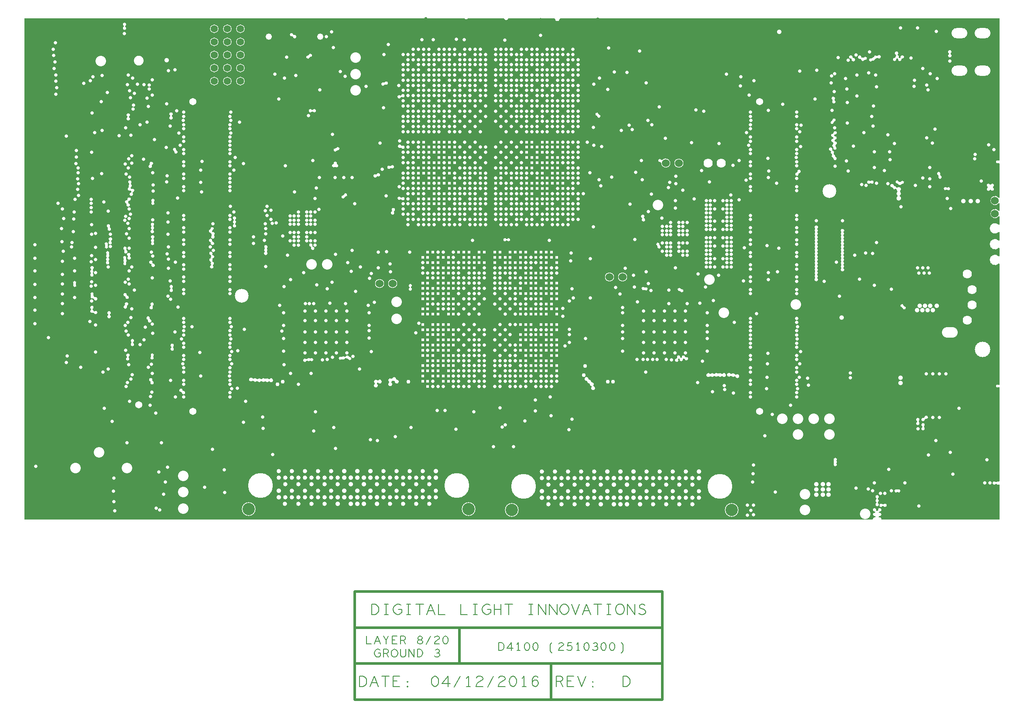
<source format=gbr>
G04 ================== begin FILE IDENTIFICATION RECORD ==================*
G04 Layout Name:  2510300_REV-D.brd*
G04 Film Name:    L08_gnd3.gbr*
G04 File Format:  Gerber RS274X*
G04 File Origin:  Cadence Allegro 16.6-2015-S051*
G04 Origin Date:  Tue Apr 12 06:53:57 2016*
G04 *
G04 Layer:  VIA CLASS/L8_GND3*
G04 Layer:  PIN/L8_GND3*
G04 Layer:  ETCH/L8_GND3*
G04 Layer:  DRAWING FORMAT/TITLE_BLOCK*
G04 *
G04 Offset:    (0.00 0.00)*
G04 Mirror:    No*
G04 Mode:      Positive*
G04 Rotation:  0*
G04 FullContactRelief:  No*
G04 UndefLineWidth:     0.00*
G04 ================== end FILE IDENTIFICATION RECORD ====================*
%FSLAX25Y25*MOIN*%
%IR0*IPPOS*OFA0.00000B0.00000*MIA0B0*SFA1.00000B1.00000*%
%ADD19O,.07X.11*%
%ADD18O,.11X.07*%
%ADD20O,.13X.066*%
%ADD17C,.06*%
%ADD12C,.07*%
%ADD11C,.025*%
%ADD10C,.016*%
%ADD16C,.072*%
%ADD14C,.055*%
%ADD15C,.094*%
%ADD13C,.25*%
%ADD21C,.02*%
%ADD22C,.006*%
%ADD23C,.008*%
%ADD25O,.12004X.08004*%
%ADD38C,.03004*%
%ADD24O,.12004X.07704*%
%ADD40C,.02404*%
%ADD37C,.03304*%
%ADD26C,.07004*%
%ADD32C,.03504*%
%ADD29C,.08004*%
%ADD28C,.02604*%
%ADD30C,.05404*%
%ADD33C,.06504*%
%ADD31C,.07404*%
%ADD39C,.04904*%
%ADD34C,.10404*%
%ADD36C,.10504*%
%ADD35C,.19004*%
%ADD27C,.11784*%
G75*
%LPD*%
G75*
G36*
G01X2500Y2500D02*
Y385500D01*
X338854D01*
X338906Y385380D01*
G03X341294I1194J520D01*
G01X341346Y385500D01*
X368915D01*
X368965Y385372D01*
G03X372235I1635J628D01*
G01X372285Y385500D01*
X407631D01*
X407948Y385183D01*
Y385100D01*
G03X411452I1752J0D01*
G01Y385183D01*
X411769Y385500D01*
X747500D01*
Y277071D01*
X746939Y276811D01*
X746842Y276894D01*
G03Y274906I-842J-994D01*
G01X746939Y274989D01*
X747500Y274729D01*
Y248626D01*
X746869Y248413D01*
X746782Y248527D01*
G03Y244273I-2782J-2127D01*
G01X746869Y244387D01*
X747500Y244174D01*
Y238626D01*
X746869Y238413D01*
X746782Y238527D01*
G03Y234273I-2782J-2127D01*
G01X746869Y234387D01*
X747500Y234174D01*
Y228092D01*
X746913Y227847D01*
X746818Y227941D01*
G03Y222259I-2818J-2841D01*
G01X746913Y222353D01*
X747500Y222108D01*
Y215992D01*
X746913Y215747D01*
X746818Y215841D01*
G03Y210159I-2818J-2841D01*
G01X746913Y210253D01*
X747500Y210008D01*
Y203992D01*
X746913Y203747D01*
X746818Y203841D01*
G03Y198159I-2818J-2841D01*
G01X746913Y198253D01*
X747500Y198008D01*
Y105673D01*
X746913Y105429D01*
X746818Y105523D01*
G03Y103677I-918J-923D01*
G01X746913Y103771D01*
X747500Y103527D01*
Y31889D01*
X747012Y31596D01*
X746912Y31649D01*
G03X745174Y31154I-612J-1149D01*
G01X744626D01*
G03Y29846I-1126J-654D01*
G01X745174D01*
G03X746912Y29351I1126J654D01*
G01X747012Y29404D01*
X747500Y29111D01*
Y2500D01*
X657613D01*
X657295Y2837D01*
X657300Y2923D01*
G03X655765Y4281I-1300J77D01*
G01X655679Y4265D01*
X655304Y4546D01*
X655295Y4633D01*
G03X655277Y4753I-1295J-133D01*
G01X655257Y4858D01*
X655642Y5243D01*
X655747Y5223D01*
G03X655765Y7781I253J1277D01*
G01X655679Y7765D01*
X655304Y8046D01*
X655295Y8133D01*
G03X655277Y8253I-1295J-133D01*
G01X655257Y8358D01*
X655642Y8743D01*
X655747Y8723D01*
G03X654723Y9747I253J1277D01*
G01X654743Y9642D01*
X654358Y9257D01*
X654253Y9277D01*
G03X653747I-253J-1277D01*
G01X653642Y9257D01*
X653257Y9642D01*
X653277Y9747D01*
G03X652253Y8723I-1277J253D01*
G01X652358Y8743D01*
X652743Y8358D01*
X652723Y8253D01*
G03X652705Y8133I1277J-253D01*
G01X652696Y8046D01*
X652321Y7765D01*
X652235Y7781D01*
G03X652253Y5223I-235J-1281D01*
G01X652358Y5243D01*
X652743Y4858D01*
X652723Y4753D01*
G03X652705Y4633I1277J-253D01*
G01X652696Y4546D01*
X652321Y4265D01*
X652235Y4281D01*
G03X650700Y2923I-235J-1281D01*
G01X650705Y2837D01*
X650387Y2500D01*
X2500D01*
G37*
%LPC*%
G75*
G36*
G01X219285Y357289D02*
G03X219732Y357594I57J396D01*
G02X220815Y356011I1268J-294D01*
G03X220368Y355706I-57J-396D01*
G02X219285Y357289I-1268J294D01*
G37*
G36*
G01X408972Y347113D02*
G02X410813Y345272I921J-920D01*
G02X408972Y347113I-921J920D01*
G37*
G36*
G01X315381Y343558D02*
X315382D01*
G02Y340954I0J-1302D01*
G02X315381Y343558I-1J1302D01*
G37*
G36*
G01X396780Y342256D02*
G02X399384I1302J0D01*
G02X396780I-1302J-1D01*
G37*
G36*
G01X302268Y338318D02*
G02X304872I1302J1D01*
G02X302268I-1302J0D01*
G37*
G36*
G01X278258Y335001D02*
G03X277689Y334820I-204J-344D01*
G02X277163Y336471I-1189J530D01*
G03X277732Y336652I204J344D01*
G02X278258Y335001I1189J-530D01*
G37*
G36*
G01X412528Y334382D02*
G02X415132I1302J0D01*
G02X412528I-1302J-1D01*
G37*
G36*
G01X318016Y330444D02*
G02X320620I1302J1D01*
G02X318016I-1302J0D01*
G37*
G36*
G01X416846Y323491D02*
G02X418687Y321650I921J-920D01*
G02X416846Y323491I-921J920D01*
G37*
G36*
G01X404654Y318634D02*
G02X407258I1302J0D01*
G02X404654I-1302J-1D01*
G37*
G36*
G01X441202Y312302D02*
G03X441402Y312102I200J0D01*
G02X440098Y310798I-2J-1302D01*
G03X439898Y310998I-200J0D01*
G02X441202Y312302I2J1302D01*
G37*
G36*
G01X621241Y306688D02*
G03X620885Y306226I39J-398D01*
G02X619475Y307312I-1285J-210D01*
G03X619831Y307774I-39J398D01*
G02X621241Y306688I1285J210D01*
G37*
G36*
G01X314080Y302886D02*
G02X316684I1302J0D01*
G02X314080I-1302J-1D01*
G37*
G36*
G01X303570Y300250D02*
X303571D01*
G02X303570Y297646I0J-1302D01*
G02Y300250I0J1302D01*
G37*
G36*
G01X241680Y284718D02*
G03X241218Y284483I-93J-389D01*
G02X240320Y286250I-1202J501D01*
G03X240782Y286485I93J389D01*
G02X241680Y284718I1202J-501D01*
G37*
G36*
G01X117033Y283700D02*
G03X116774Y284170I-389J92D01*
G02X118467Y285100I426J1230D01*
G03X118726Y284630I389J-92D01*
G02X117033Y283700I-426J-1230D01*
G37*
G36*
G01X240103Y272054D02*
X239697D01*
X239641Y272006D01*
G02X238432Y274249I-841J994D01*
G01X238504Y274270D01*
X238726Y274621D01*
X238714Y274695D01*
G02X241277Y274644I1286J204D01*
G01X241263Y274574D01*
X241446Y274225D01*
X241512Y274197D01*
G02X240159Y272006I-512J-1197D01*
G01X240103Y272054D01*
G37*
G36*
G01X100027Y273626D02*
G03X99825Y273072I152J-369D01*
G02X98173Y273674I-1155J-602D01*
G03X98375Y274228I-152J369D01*
G02X100027Y273626I1155J602D01*
G37*
G36*
G01X649179Y259580D02*
G03X648592Y259556I-282J-283D01*
G02X648521Y261320I-992J844D01*
G03X649108Y261344I282J283D01*
G02X649179Y259580I992J-844D01*
G37*
G36*
G01X672818Y258996D02*
X672456Y258836D01*
X672424Y258773D01*
G02X670004Y259035I-1160J591D01*
G01X669984Y259111D01*
X669619Y259342D01*
X669542Y259327D01*
G02X670555Y260934I-247J1278D01*
G01X670575Y260858D01*
X670940Y260627D01*
X671017Y260642D01*
G02X671610Y260619I247J-1278D01*
G01X671678Y260600D01*
X672040Y260760D01*
X672072Y260823D01*
G02X672886Y258977I1160J-591D01*
G01X672818Y258996D01*
G37*
G36*
G01X707056Y256383D02*
G03X707620Y256360I294J272D01*
G02X707544Y254517I880J-959D01*
G03X706980Y254540I-294J-272D01*
G02X707056Y256383I-880J959D01*
G37*
G36*
G01X247774Y249404D02*
G03X247336Y249030I-39J-398D01*
G02X246162Y250402I-1300J76D01*
G03X246600Y250776I39J398D01*
G02X247774Y249404I1300J-76D01*
G37*
G36*
G01X99715Y245057D02*
G03X99729Y245611I-281J284D01*
G02X101605Y245563I961J879D01*
G03X101591Y245009I281J-284D01*
G02X99715Y245057I-961J-879D01*
G37*
G36*
G01X67779Y226271D02*
G03X67943Y225683I331J-225D01*
G02X66321Y225229I-543J-1183D01*
G03X66157Y225817I-331J225D01*
G02X67779Y226271I543J1183D01*
G37*
G36*
G01X64240Y211780D02*
G03X64217Y212344I-295J270D01*
G02X66060Y212420I884J956D01*
G03X66083Y211856I295J-270D01*
G02X64240Y211780I-884J-956D01*
G37*
G36*
G01X487707Y212511D02*
G03X487918Y211994I371J-150D01*
G02X486193Y211289I-518J-1194D01*
G03X485982Y211806I-371J150D01*
G02X487707Y212511I518J1194D01*
G37*
G36*
G01X187719Y207488D02*
Y207012D01*
G02X186081I-819J-1012D01*
G01Y207488D01*
G02X186056Y209492I819J1012D01*
G01X186123Y209548D01*
X186142Y210017D01*
X186080Y210079D01*
G02X187844Y210008I920J921D01*
G01X187777Y209952D01*
X187758Y209483D01*
X187820Y209421D01*
G02X187719Y207488I-920J-921D01*
G37*
G36*
G01X80192Y199417D02*
X80168Y198977D01*
X80222Y198915D01*
G02X78358Y199018I-982J-855D01*
G01X78418Y199073D01*
X78442Y199513D01*
X78388Y199575D01*
G02X78368Y201262I982J855D01*
G01X78420Y201324D01*
X78386Y201762D01*
X78326Y201816D01*
G02X80192Y201958I864J974D01*
G01X80140Y201896D01*
X80174Y201458D01*
X80234Y201404D01*
G02X80252Y199472I-864J-974D01*
G01X80192Y199417D01*
G37*
G36*
G01X628319Y194988D02*
Y194512D01*
G02X626681I-819J-1012D01*
G01Y194988D01*
G02Y197012I819J1012D01*
G01Y197488D01*
G02Y199512I819J1012D01*
G01Y199988D01*
G02Y202012I819J1012D01*
G01Y202488D01*
G02Y204512I819J1012D01*
G01Y204988D01*
G02Y207012I819J1012D01*
G01Y207488D01*
G02Y209512I819J1012D01*
G01Y209988D01*
G02Y212012I819J1012D01*
G01Y212488D01*
G02Y214512I819J1012D01*
G01Y214988D01*
G02Y217012I819J1012D01*
G01Y217488D01*
G02Y219512I819J1012D01*
G01Y219988D01*
G02Y222012I819J1012D01*
G01Y222488D01*
G02X628319I819J1012D01*
G01Y222012D01*
G02Y219988I-819J-1012D01*
G01Y219512D01*
G02Y217488I-819J-1012D01*
G01Y217012D01*
G02Y214988I-819J-1012D01*
G01Y214512D01*
G02Y212488I-819J-1012D01*
G01Y212012D01*
G02Y209988I-819J-1012D01*
G01Y209512D01*
G02Y207488I-819J-1012D01*
G01Y207012D01*
G02Y204988I-819J-1012D01*
G01Y204512D01*
G02Y202488I-819J-1012D01*
G01Y202012D01*
G02Y199988I-819J-1012D01*
G01Y199512D01*
G02Y197488I-819J-1012D01*
G01Y197012D01*
G02Y194988I-819J-1012D01*
G37*
G36*
G01X608319Y187488D02*
Y187012D01*
G02X606681I-819J-1012D01*
G01Y187488D01*
G02Y189512I819J1012D01*
G01Y189988D01*
G02Y192012I819J1012D01*
G01Y192488D01*
G02Y194512I819J1012D01*
G01Y194988D01*
G02Y197012I819J1012D01*
G01Y197488D01*
G02Y199512I819J1012D01*
G01Y199988D01*
G02Y202012I819J1012D01*
G01Y202488D01*
G02Y204512I819J1012D01*
G01Y204988D01*
G02Y207012I819J1012D01*
G01Y207488D01*
G02Y209512I819J1012D01*
G01Y209988D01*
G02Y212012I819J1012D01*
G01Y212488D01*
G02Y214512I819J1012D01*
G01Y214988D01*
G02Y217012I819J1012D01*
G01Y217488D01*
G02Y219512I819J1012D01*
G01Y219988D01*
G02Y222012I819J1012D01*
G01Y222488D01*
G02Y224512I819J1012D01*
G01Y224988D01*
G02X608319I819J1012D01*
G01Y224512D01*
G02Y222488I-819J-1012D01*
G01Y222012D01*
G02Y219988I-819J-1012D01*
G01Y219512D01*
G02Y217488I-819J-1012D01*
G01Y217012D01*
G02Y214988I-819J-1012D01*
G01Y214512D01*
G02Y212488I-819J-1012D01*
G01Y212012D01*
G02Y209988I-819J-1012D01*
G01Y209512D01*
G02Y207488I-819J-1012D01*
G01Y207012D01*
G02Y204988I-819J-1012D01*
G01Y204512D01*
G02Y202488I-819J-1012D01*
G01Y202012D01*
G02Y199988I-819J-1012D01*
G01Y199512D01*
G02Y197488I-819J-1012D01*
G01Y197012D01*
G02Y194988I-819J-1012D01*
G01Y194512D01*
G02Y192488I-819J-1012D01*
G01Y192012D01*
G02Y189988I-819J-1012D01*
G01Y189512D01*
G02Y187488I-819J-1012D01*
G37*
G36*
G01X41831Y182690D02*
G03Y182410I143J-140D01*
G02X39969I-931J-910D01*
G03Y182690I-143J140D01*
G02X41831I931J910D01*
G37*
G36*
G01X476280Y179987D02*
G03X476805Y179901I311J252D01*
G02X476488Y177981I695J-1101D01*
G03X475963Y178067I-311J-252D01*
G02X476280Y179987I-695J1101D01*
G37*
G36*
G01X504004Y178896D02*
G03X504474Y178661I370J152D01*
G02X503596Y176904I326J-1261D01*
G03X503126Y177139I-370J-152D01*
G02X504004Y178896I-326J1261D01*
G37*
G36*
G01X80716Y174179D02*
G03X81082Y173699I392J-81D01*
G02X79724Y172661I-83J-1299D01*
G03X79358Y173141I-392J81D01*
G02X80716Y174179I83J1299D01*
G37*
G36*
G01X80983Y166122D02*
G03X80757Y165567I132J-377D01*
G02X79157Y166218I-1167J-577D01*
G03X79383Y166773I-132J377D01*
G02X80983Y166122I1167J577D01*
G37*
G36*
G01X674302Y166002D02*
G03X674702Y165602I400J0D01*
G02X673398Y164298I-2J-1302D01*
G03X672998Y164698I-400J0D01*
G02X674302Y166002I2J1302D01*
G37*
G36*
G01X98225Y156159D02*
G03X98516Y155632I376J-136D01*
G02X97015Y154801I-276J-1272D01*
G03X96724Y155328I-376J136D01*
G02X98225Y156159I276J1272D01*
G37*
G36*
G01X101045Y127407D02*
G03X101005Y126850I266J-299D01*
G02X99145Y126983I-995J-840D01*
G03X99185Y127540I-266J299D01*
G02X101045Y127407I995J840D01*
G37*
G36*
G01X100197Y108924D02*
G03X100446Y108369I362J-171D01*
G02X98903Y107676I-366J-1249D01*
G03X98654Y108231I-362J171D01*
G02X100197Y108924I366J1249D01*
G37*
G36*
G01X271846Y106759D02*
Y106241D01*
G02X270154I-846J-1241D01*
G01Y106759D01*
G02X272241Y108846I846J1241D01*
G01X272759D01*
G02Y107154I1241J-846D01*
G01X272241D01*
G02X271846Y106759I-1241J846D01*
G37*
G36*
G01X622971Y45633D02*
Y45367D01*
G02X621029I-971J-867D01*
G01Y45633D01*
G02Y47367I971J867D01*
G01Y47633D01*
G02X622971I971J867D01*
G01Y47367D01*
G02Y45633I-971J-867D01*
G37*
G36*
G01X669633Y23529D02*
G03X669367I-133J-150D01*
G02Y25471I-867J971D01*
G03X669633I133J150D01*
G02Y23529I867J-971D01*
G37*
G36*
G01X79615Y379147D02*
G02X78385I-615J-1147D01*
G03Y379853I-189J353D01*
G02X79615I615J1147D01*
G03Y379147I189J-353D01*
G37*
G36*
G01X208465Y372787D02*
G02X207699Y371560I535J-1187D01*
G03X207135Y371913I-400J-12D01*
G02X207901Y373140I-535J1187D01*
G03X208465Y372787I400J12D01*
G37*
G36*
G01X710115Y358147D02*
G02X708885I-615J-1147D01*
G03Y358853I-189J353D01*
G02X710115I615J1147D01*
G03Y358147I189J-353D01*
G37*
G36*
G01X644170Y353730D02*
G02X641699Y354337I-1170J571D01*
G01X641702Y354447D01*
X641235Y354758D01*
X641135Y354713D01*
G02X641901Y355863I-535J1187D01*
G01X641898Y355753D01*
X642365Y355442D01*
X642465Y355487D01*
G02X643545Y355482I535J-1187D01*
G01X643809Y355576D01*
G02X644434Y353824I1170J-570D01*
G01X644170Y353730D01*
G37*
G36*
G01X672515Y354414D02*
X672537Y354309D01*
G02X670017Y354412I-1273J-273D01*
G01X670050Y354520D01*
X669666Y354942D01*
X669555Y354919D01*
G02X669064Y354914I-259J1276D01*
G01X668960Y354932D01*
X668580Y354543D01*
X668602Y354438D01*
G02X667558Y355454I-1275J-265D01*
G01X667662Y355436D01*
X668042Y355825D01*
X668020Y355930D01*
G02X668404Y357144I1275J264D01*
G01X668482Y357218D01*
X668387Y357761D01*
X668287Y357803D01*
G02X669691Y358051I512J1197D01*
G01X669613Y357977D01*
X669708Y357434D01*
X669808Y357392D01*
G02X670542Y355819I-513J-1197D01*
G01X670509Y355711D01*
X670893Y355289D01*
X671004Y355312D01*
G02X671497Y355317I259J-1276D01*
G01X671602Y355298D01*
X671981Y355690D01*
X671959Y355795D01*
G02X672999Y354787I1273J273D01*
G01X672894Y354806D01*
X672515Y354414D01*
G37*
G36*
G01X635591Y355249D02*
G02X634565Y354272I240J-1280D01*
G03X634102Y354758I-389J93D01*
G02X635128Y355735I-240J1280D01*
G03X635591Y355249I389J-93D01*
G37*
G36*
G01X650172Y353232D02*
G02X649562Y354974I-1172J567D01*
G01X649828Y355068D01*
G02X651084Y355799I1171J-568D01*
G01X651163Y355794D01*
X651498Y356073D01*
X651507Y356152D01*
G02X653777Y356861I1293J-152D01*
G01X653843Y356786D01*
X654362Y356827D01*
X654415Y356911D01*
G02X654539Y355355I1101J-695D01*
G01X654473Y355430D01*
X653954Y355389D01*
X653901Y355305D01*
G02X652716Y354701I-1101J695D01*
G01X652637Y354706D01*
X652302Y354427D01*
X652293Y354348D01*
G02X650438Y353326I-1293J152D01*
G01X650172Y353232D01*
G37*
G36*
G01X290180Y325361D02*
G02X289807Y326534I-1280J239D01*
G03X290479Y326747I279J287D01*
G02X290852Y325574I1280J-239D01*
G03X290180Y325361I-279J-287D01*
G37*
G36*
G01X621516Y322930D02*
G02X620022Y322691I-580J-1166D01*
G03X619920Y323334I-280J285D01*
G02X621414Y323573I580J1166D01*
G03X621516Y322930I280J-285D01*
G37*
G36*
G01X222147Y314385D02*
G02Y315615I-1147J615D01*
G03X222853I353J189D01*
G02Y314385I1147J-615D01*
G03X222147I-353J-189D01*
G37*
G36*
G01X115229Y310659D02*
G02X113871I-679J-1111D01*
G03Y311342I-208J341D01*
G02X115229I679J1111D01*
G03Y310659I208J-341D01*
G37*
G36*
G01X82529Y309929D02*
G02X81171I-679J-1111D01*
G03Y310612I-208J341D01*
G02X82529I679J1111D01*
G03Y309929I208J-341D01*
G37*
G36*
G01X291016Y288184D02*
G02X290544Y286646I743J-1069D01*
G03X289943Y286831I-373J-144D01*
G02X290415Y288369I-743J1069D01*
G03X291016Y288184I373J144D01*
G37*
G36*
G01X622297Y287523D02*
X622360Y287491D01*
G02X620514Y286677I-591J-1160D01*
G01X620533Y286745D01*
X620373Y287107D01*
X620310Y287139D01*
G02X620399Y289501I591J1160D01*
G01X620467Y289529D01*
X620651Y289892D01*
X620634Y289963D01*
G02X620614Y290472I1266J305D01*
G01X620629Y290563D01*
X620307Y290935D01*
X620215Y290934D01*
G02X620135Y293536I-15J1302D01*
G01X620224Y293541D01*
X620524Y293911D01*
X620509Y293999D01*
G02Y294409I1286J205D01*
G01X620524Y294501D01*
X620198Y294874D01*
X620104Y294871D01*
G02X620231Y297465I-31J1302D01*
G01X620330Y297453D01*
X620690Y297829D01*
X620674Y297928D01*
G02X621800Y296850I1284J214D01*
G01X621701Y296862D01*
X621341Y296486D01*
X621357Y296387D01*
G02X621359Y295969I-1284J-215D01*
G01X621344Y295877D01*
X621670Y295504D01*
X621764Y295507D01*
G02X621860Y292905I31J-1302D01*
G01X621771Y292900D01*
X621471Y292530D01*
X621486Y292442D01*
G02Y292032I-1286J-205D01*
G01X621471Y291941D01*
X621793Y291569D01*
X621885Y291570D01*
G02X622402Y289066I16J-1302D01*
G01X622334Y289038D01*
X622150Y288675D01*
X622167Y288604D01*
G02X622156Y287953I-1266J-304D01*
G01X622137Y287885D01*
X622297Y287523D01*
G37*
G36*
G01X622116Y279730D02*
G02X620562Y278689I-273J-1273D01*
G03X620252Y279152I-394J72D01*
G02X619588Y281329I273J1273D01*
G01X619663Y281407D01*
X619542Y281943D01*
X619441Y281981D01*
G02X618715Y283739I459J1219D01*
G01X618758Y283833D01*
X618489Y284294D01*
X618386Y284303D01*
G02X619685Y285061I114J1297D01*
G01X619642Y284967D01*
X619911Y284506D01*
X620014Y284497D01*
G02X620837Y282296I-114J-1297D01*
G01X620762Y282218D01*
X620883Y281682D01*
X620984Y281644D01*
G02X621806Y280193I-459J-1218D01*
G03X622116Y279730I394J-72D01*
G37*
G36*
G01X489865Y277307D02*
G02X489009Y275279I2635J-2307D01*
G03X488467Y275685I-399J33D01*
G02X489197Y277413I-467J1215D01*
G03X489865Y277307I367J158D01*
G37*
G36*
G01X282149Y271088D02*
G02X281840Y272695I-1149J612D01*
G03X282451Y272812I258J305D01*
G02X282760Y271205I1149J-612D01*
G03X282149Y271088I-258J-305D01*
G37*
G36*
G01X593945Y266811D02*
G02X592648Y267827I-1270J-286D01*
G03X593030Y268314I-8J400D01*
G02X594327Y267298I1270J286D01*
G03X593945Y266811I8J-400D01*
G37*
G36*
G01X271709Y264716D02*
G02X271204Y266296I-1209J484D01*
G03X271791Y266484I216J336D01*
G02X272296Y264904I1209J-484D01*
G03X271709Y264716I-216J-336D01*
G37*
G36*
G01X702380Y265545D02*
G02X700931Y265044I-381J-1245D01*
G03X700720Y265655I-328J229D01*
G02X702169Y266156I381J1245D01*
G03X702380Y265545I328J-229D01*
G37*
G36*
G01X740204Y254490D02*
X740147Y254385D01*
G02X738385Y256147I-1147J615D01*
G01X738490Y256204D01*
Y256796D01*
X738385Y256853D01*
G02X740147Y258615I615J1147D01*
G01X740204Y258510D01*
X740796D01*
X740853Y258615D01*
G02X742615Y256853I1147J-615D01*
G01X742510Y256796D01*
Y256204D01*
X742615Y256147D01*
G02X740853Y254385I-615J-1147D01*
G01X740796Y254490D01*
X740204D01*
G37*
G36*
G01X85102Y252146D02*
X85179Y252058D01*
G02X83985Y252484I-979J-858D01*
G01X84101Y252504D01*
X84298Y253054D01*
X84221Y253142D01*
G02X83911Y253820I979J858D01*
G01X83895Y253928D01*
X83392Y254161D01*
X83300Y254102D01*
G02X82116Y256409I-699J1098D01*
G01X82204Y256444D01*
X82355Y256917D01*
X82304Y256996D01*
G02X82558Y258693I1096J703D01*
G01X82639Y258762D01*
X82581Y259301D01*
X82487Y259351D01*
G02X83942Y259507I613J1149D01*
G01X83861Y259438D01*
X83919Y258899D01*
X84013Y258849D01*
G02X83884Y256491I-613J-1149D01*
G01X83796Y256456D01*
X83645Y255983D01*
X83696Y255904D01*
G02X83889Y255380I-1097J-702D01*
G01X83905Y255272D01*
X84408Y255039D01*
X84500Y255098D01*
G02X85415Y252716I700J-1098D01*
G01X85299Y252696D01*
X85102Y252146D01*
G37*
G36*
G01X290751Y248568D02*
G02X290580Y247192I1008J-824D01*
G03X289908Y247276I-362J-169D01*
G02X290079Y248652I-1008J824D01*
G03X290751Y248568I362J169D01*
G37*
G36*
G01X671370Y249621D02*
G02X669630I-870J-1521D01*
G01Y250179D01*
G02X669375Y253043I870J1521D01*
G03Y253657I-256J307D01*
G02X668752Y254888I1125J1343D01*
G01X668744Y255009D01*
X668200Y255251D01*
X668105Y255177D01*
G02X665999Y256142I-805J1023D01*
G03X665529Y256518I-399J-17D01*
G02X666601Y257858I-229J1282D01*
G03X667071Y257482I399J17D01*
G02X668579Y256442I229J-1282D01*
G01X668602Y256323D01*
X669171Y256148D01*
X669256Y256234D01*
G02X671625Y253657I1243J-1234D01*
G03Y253043I256J-307D01*
G02X671370Y250179I-1125J-1343D01*
G01Y249621D01*
G37*
G36*
G01X81983Y244249D02*
X82078Y244232D01*
G02X80658Y243474I-228J-1282D01*
G01X80697Y243562D01*
X80457Y244011D01*
X80362Y244028D01*
G02X80810Y246593I228J1282D01*
G01X80920Y246574D01*
X81292Y247001D01*
X81258Y247108D01*
G02X82280Y246217I1242J392D01*
G01X82170Y246236D01*
X81798Y245809D01*
X81832Y245702D01*
G02X81782Y244786I-1242J-392D01*
G01X81743Y244698D01*
X81983Y244249D01*
G37*
G36*
G01X284770Y237668D02*
G02X283289Y237997I-970J-868D01*
G03X283430Y238632I-157J368D01*
G02X284911Y238303I970J868D01*
G03X284770Y237668I157J-368D01*
G37*
G36*
G01X476003Y232814D02*
G02X474463Y232501I-563J-1174D01*
G03X474337Y233126I-300J265D01*
G02X475877Y233439I563J1174D01*
G03X476003Y232814I300J-265D01*
G37*
G36*
G01X163510Y228204D02*
X163615Y228147D01*
G02X162385I-615J-1147D01*
G01X162490Y228204D01*
Y228796D01*
X162385Y228853D01*
G02Y231147I615J1147D01*
G01X162490Y231204D01*
Y231796D01*
X162385Y231853D01*
G02X163615I615J1147D01*
G01X163510Y231796D01*
Y231204D01*
X163615Y231147D01*
G02Y228853I-615J-1147D01*
G01X163510Y228796D01*
Y228204D01*
G37*
G36*
G01X100861Y223728D02*
X100952Y223663D01*
G02X99601Y223756I-752J-1063D01*
G01X99700Y223808D01*
X99739Y224372D01*
X99648Y224437D01*
G02X99570Y226503I752J1063D01*
G01X99646Y226566D01*
X99627Y227081D01*
X99547Y227138D01*
G02X101130Y227197I753J1062D01*
G01X101054Y227134D01*
X101073Y226619D01*
X101153Y226562D01*
G02X100999Y224344I-753J-1062D01*
G01X100900Y224292D01*
X100861Y223728D01*
G37*
G36*
G01X147420Y219421D02*
G02X145656Y219492I-920J-921D01*
G03X145680Y220079I-259J305D01*
G02X145320Y221240I920J922D01*
G01X145339Y221340D01*
X144975Y221723D01*
X144874Y221710D01*
G02X144418Y224271I-174J1290D01*
G03X144724Y224741I-86J391D01*
G02X146282Y223729I1276J259D01*
G03X145976Y223259I86J-391D01*
G02X145980Y222760I-1276J-260D01*
G01X145961Y222660D01*
X146325Y222277D01*
X146426Y222290D01*
G02X147444Y220008I174J-1290D01*
G03X147420Y219421I259J-305D01*
G37*
G36*
G01X370653Y215787D02*
G02Y216985I-1042J599D01*
G03X371347I347J199D01*
G02Y215787I1042J-599D01*
G03X370653I-347J-199D01*
G37*
G36*
G01X68789Y215135D02*
G02X67394Y215252I-789J-1035D01*
G03X67451Y215925I-186J355D01*
G02X68846Y215808I789J1035D01*
G03X68789Y215135I186J-355D01*
G37*
G36*
G01X146271Y214900D02*
G02X144982Y214059I-71J-1300D01*
G03X144629Y214600I-374J141D01*
G02X145918Y215441I71J1300D01*
G03X146271Y214900I374J-141D01*
G37*
G36*
G01X101343Y214339D02*
G02X99467Y214307I-923J-919D01*
G03X99457Y214861I-293J272D01*
G02X99699Y216890I923J919D01*
G01X99789Y216945D01*
X99813Y217489D01*
X99727Y217552D01*
G02X101181Y217490I773J1048D01*
G01X101091Y217435D01*
X101067Y216891D01*
X101153Y216828D01*
G02X101333Y214893I-773J-1048D01*
G03X101343Y214339I293J-272D01*
G37*
G36*
G01X222756Y211101D02*
G02X221695Y210489I44J-1301D01*
G03X221343Y211101I-339J212D01*
G02X222404Y211713I-44J1301D01*
G03X222756Y211101I339J-212D01*
G37*
G36*
G01X80487Y208408D02*
G02X79001Y208035I-487J-1208D01*
G03X78843Y208662I-307J256D01*
G02X80329Y209035I487J1208D01*
G03X80487Y208408I307J-256D01*
G37*
G36*
G01X83212Y203590D02*
G02X81596Y203437I-712J-1090D01*
G03X81538Y204060I-277J288D01*
G02X83154Y204213I712J1090D01*
G03X83212Y203590I277J-288D01*
G37*
G36*
G01X66940Y199794D02*
G02X65260I-840J-994D01*
G03Y200406I-258J306D01*
G02X65347Y202462I840J994D01*
G01X65427Y202519D01*
X65446Y203034D01*
X65370Y203097D01*
G02X65240Y204980I830J1003D01*
G03X65217Y205544I-295J270D01*
G02X67060Y205620I884J956D01*
G03X67083Y205056I295J-270D01*
G02X66953Y203038I-883J-956D01*
G01X66873Y202981D01*
X66854Y202466D01*
X66930Y202403D01*
G02X66940Y200406I-830J-1003D01*
G03Y199794I258J-306D01*
G37*
G36*
G01X100747Y198175D02*
G02X99682Y197390I133J-1295D01*
G03X99273Y197945I-368J157D01*
G02X100338Y198730I-133J1295D01*
G03X100747Y198175I368J-157D01*
G37*
G36*
G01X146533Y196613D02*
X146595Y196540D01*
G02X144988Y196849I-995J-840D01*
G01X145072Y196894D01*
X145167Y197387D01*
X145105Y197460D01*
G02X145057Y199079I995J840D01*
G01X145125Y199170D01*
X144910Y199696D01*
X144798Y199714D01*
G02X144742Y202276I202J1286D01*
G01X144838Y202296D01*
X145066Y202752D01*
X145024Y202840D01*
G02X145102Y204100I1176J560D01*
G01X145161Y204192D01*
X144928Y204695D01*
X144820Y204711D01*
G02X146098Y205300I181J1289D01*
G01X146039Y205208D01*
X146272Y204705D01*
X146380Y204689D01*
G02X146458Y202124I-181J-1289D01*
G01X146362Y202104D01*
X146134Y201648D01*
X146176Y201560D01*
G02X146043Y200221I-1176J-559D01*
G01X145975Y200130D01*
X146190Y199604D01*
X146302Y199586D01*
G02X146712Y197151I-202J-1286D01*
G01X146628Y197106D01*
X146533Y196613D01*
G37*
G36*
G01X54773Y190619D02*
X54853Y190562D01*
G02X53270Y190503I-753J-1062D01*
G01X53346Y190566D01*
X53327Y191081D01*
X53247Y191138D01*
G02X53342Y193323I753J1062D01*
G01X53433Y193377D01*
X53471Y193916D01*
X53389Y193981D01*
G02X54858Y193877I810J1019D01*
G01X54767Y193823D01*
X54729Y193284D01*
X54811Y193219D01*
G02X54830Y191197I-811J-1019D01*
G01X54754Y191134D01*
X54773Y190619D01*
G37*
G36*
G01X297913Y179653D02*
G02X296715I-599J-1042D01*
G03Y180347I-199J347D01*
G02X297913I599J1042D01*
G03Y179653I199J-347D01*
G37*
G36*
G01X115429Y178824D02*
G02X114071I-679J-1111D01*
G03Y179507I-208J341D01*
G02X115429I679J1111D01*
G03Y178824I208J-341D01*
G37*
G36*
G01X56191Y172397D02*
X56287Y172449D01*
G02X55600Y171222I613J-1149D01*
G01X55594Y171331D01*
X55109Y171603D01*
X55013Y171551D01*
G02X53370Y173497I-613J1149D01*
G03X53323Y174037I-316J245D01*
G02X55230Y174203I877J963D01*
G03X55277Y173663I316J-245D01*
G02X55700Y172778I-877J-963D01*
G01X55706Y172669D01*
X56191Y172397D01*
G37*
G36*
G01X100390Y165345D02*
G02X98945Y165720I-990J-845D01*
G03X99110Y166355I-139J375D01*
G02X100555Y165980I990J845D01*
G03X100390Y165345I139J-375D01*
G37*
G36*
G01X55954Y161702D02*
X56042Y161779D01*
G02X55616Y160585I858J-979D01*
G01X55596Y160701D01*
X55046Y160898D01*
X54958Y160821D01*
G02X53514Y162962I-859J978D01*
G01Y163538D01*
G02X54686I586J1162D01*
G01Y162962D01*
G02X55384Y162015I-586J-1163D01*
G01X55404Y161899D01*
X55954Y161702D01*
G37*
G36*
G01X67879Y158759D02*
G02X66521I-679J-1111D01*
G03Y159442I-208J342D01*
G02X67879I679J1111D01*
G03Y158759I208J-341D01*
G37*
G36*
G01X85670Y137488D02*
G02X84330I-670J-1117D01*
G03Y138173I-206J343D01*
G02X85670I670J1117D01*
G03Y137488I206J-343D01*
G37*
G36*
G01X116109Y133937D02*
G02X114769I-670J-1117D01*
G03Y134622I-206J343D01*
G02X116109I670J1117D01*
G03Y133937I206J-342D01*
G37*
G36*
G01X250872Y126882D02*
G02X249875Y125160I228J-1282D01*
G03X249428Y125418I-376J-136D01*
G02X248221Y125842I-228J1282D01*
G01X248144Y125929D01*
X247575Y125812D01*
X247539Y125701D01*
G02X245435Y125126I-1240J399D01*
G03X244854Y125073I-266J-299D01*
G02X244692Y126847I-1027J801D01*
G03X245273Y126900I266J299D01*
G02X247279Y126958I1027J-800D01*
G01X247356Y126871D01*
X247925Y126988D01*
X247961Y127099D01*
G02X250425Y127140I1239J-399D01*
G03X250872Y126882I376J136D01*
G37*
G36*
G01X82152Y126363D02*
G02X80801Y126456I-752J-1063D01*
G03X80848Y127137I-184J355D01*
G02X82199Y127044I752J1063D01*
G03X82152Y126363I184J-355D01*
G37*
G36*
G01X501926Y125096D02*
X501983Y124997D01*
G02X500836Y125644I-1125J-655D01*
G01X500950Y125646D01*
X501232Y126146D01*
X501175Y126245D01*
G02X503559Y126567I1125J655D01*
G01X503530Y126459D01*
X503919Y126050D01*
X504029Y126073D01*
G02X504319Y126102I274J-1273D01*
G01X504413Y126101D01*
X504735Y126479D01*
X504718Y126572D01*
G02X507284Y127017I1282J228D01*
G01X507300Y126924D01*
X507736Y126677D01*
X507824Y126712D01*
G02X507016Y125283I476J-1212D01*
G01X507000Y125376D01*
X506564Y125623D01*
X506476Y125588D01*
G02X505981Y125498I-476J1212D01*
G01X505887Y125499D01*
X505565Y125121D01*
X505582Y125028D01*
G02X503041Y125133I-1282J-228D01*
G01X503070Y125241D01*
X502681Y125650D01*
X502571Y125627D01*
G02X502322Y125598I-274J1273D01*
G01X502208Y125596D01*
X501926Y125096D01*
G37*
G36*
G01X218061Y123954D02*
X218020Y123846D01*
G02X217798Y125136I-1220J454D01*
G01X217872Y125048D01*
X218439Y125146D01*
X218480Y125254D01*
G02X220580Y125760I1220J-454D01*
G03X221120I270J295D01*
G02Y123840I880J-960D01*
G03X220580I-270J-295D01*
G02X218702Y123964I-880J960D01*
G01X218628Y124052D01*
X218061Y123954D01*
G37*
G36*
G01X526185Y112077D02*
G02Y113923I-1185J923D01*
G03X526815I315J246D01*
G02X529213Y113886I1185J-923D01*
G01X529278Y113797D01*
X529833Y113832D01*
X529886Y113928D01*
G02X532378Y114132I1314J-728D01*
G01X532432Y114063D01*
X532903Y114029D01*
X532967Y114090D01*
G02X535241Y113846I1033J-1090D01*
G01X535759D01*
G02Y112154I1241J-846D01*
G01X535241D01*
G02X532822Y112068I-1241J846D01*
G01X532768Y112137D01*
X532297Y112171D01*
X532233Y112110D01*
G02X529987Y112314I-1033J1090D01*
G01X529922Y112403D01*
X529367Y112368D01*
X529314Y112272D01*
G02X526815Y112077I-1314J728D01*
G03X526185I-315J-246D01*
G37*
G36*
G01X546038Y113158D02*
X546118Y113242D01*
G02X545755Y111790I1082J-1042D01*
G01X545723Y111901D01*
X545162Y112042D01*
X545082Y111958D01*
G02X542686Y112272I-1082J1042D01*
G01X542633Y112368D01*
X542078Y112403D01*
X542013Y112314D01*
G02X542114Y113928I-1213J886D01*
G01X542167Y113832D01*
X542722Y113797D01*
X542787Y113886D01*
G02X545445Y113410I1213J-886D01*
G01X545477Y113299D01*
X546038Y113158D01*
G37*
G36*
G01X183367Y108368D02*
X183314Y108272D01*
G02X180686I-1314J728D01*
G01X180633Y108368D01*
X180078Y108403D01*
X180013Y108314D01*
G02X177438Y108568I-1213J886D01*
G01X177391Y108668D01*
X176835Y108738D01*
X176765Y108652D01*
G02X176962Y110232I-1165J948D01*
G01X177009Y110132D01*
X177565Y110062D01*
X177635Y110148D01*
G02X180114Y109928I1165J-948D01*
G01X180167Y109832D01*
X180722Y109797D01*
X180787Y109886D01*
G02X183213I1213J-886D01*
G01X183278Y109797D01*
X183833Y109832D01*
X183886Y109928D01*
G02X186378Y110132I1314J-728D01*
G01X186432Y110063D01*
X186903Y110029D01*
X186967Y110090D01*
G02X189241Y109846I1033J-1090D01*
G01X189759D01*
G02Y108154I1241J-846D01*
G01X189241D01*
G02X186822Y108068I-1241J846D01*
G01X186768Y108137D01*
X186297Y108171D01*
X186233Y108110D01*
G02X183987Y108314I-1033J1090D01*
G01X183922Y108403D01*
X183367Y108368D01*
G37*
G36*
G01X282923Y107185D02*
G02X281077I-923J-1185D01*
G03Y107815I-246J315D01*
G02X282921Y110187I922J1186D01*
G01X283005Y110121D01*
X283523Y110294D01*
X283551Y110397D01*
G02X286500Y109920I1449J-396D01*
G03X286920Y109500I399J-21D01*
G02X285500Y108080I80J-1500D01*
G03X285080Y108500I-399J21D01*
G02X284079Y108813I-80J1500D01*
G01X283995Y108879D01*
X283477Y108706D01*
X283449Y108603D01*
G02X282923Y107815I-1449J397D01*
G03Y107185I246J-315D01*
G37*
G36*
G01X437294Y104477D02*
X437397Y104449D01*
G02X435813Y103921I-397J-1449D01*
G01X435879Y104005D01*
X435706Y104523D01*
X435603Y104551D01*
G02X434500Y106080I397J1449D01*
G01X434505Y106169D01*
X434169Y106505D01*
X434080Y106500D01*
G02X432500Y108080I-80J1500D01*
G01X432505Y108169D01*
X432169Y108505D01*
X432080Y108500D01*
G02X433500Y109920I-80J1500D01*
G01X433495Y109831D01*
X433831Y109495D01*
X433920Y109500D01*
G02X435500Y107920I80J-1500D01*
G01X435495Y107831D01*
X435831Y107495D01*
X435920Y107500D01*
G02X437187Y105079I80J-1500D01*
G01X437121Y104995D01*
X437294Y104477D01*
G37*
G36*
G01X123859Y100861D02*
G02X122768Y99686I206J-1286D01*
G03X122306Y100114I-399J33D01*
G02X123397Y101289I-206J1286D01*
G03X123859Y100861I399J-33D01*
G37*
G36*
G01X690397Y79115D02*
G02X689639Y80185I-1297J-115D01*
G03X690203Y80585I166J364D01*
G02X690961Y79515I1297J115D01*
G03X690397Y79115I-166J-364D01*
G37*
G36*
G01X685715Y77147D02*
G02X684485I-615J-1147D01*
G03Y77853I-189J353D01*
G02X685715I615J1147D01*
G03Y77147I189J-353D01*
G37*
G36*
G01X689715Y73147D02*
G02X688485I-615J-1147D01*
G03Y73853I-189J353D01*
G02X689715I615J1147D01*
G03Y73147I189J-353D01*
G37*
G36*
G01X654510Y15204D02*
X654615Y15147D01*
G02X653385I-615J-1147D01*
G01X653490Y15204D01*
Y15796D01*
X653385Y15853D01*
G02Y18147I615J1147D01*
G01X653490Y18204D01*
Y18796D01*
X653385Y18853D01*
G02X654615I615J1147D01*
G01X654510Y18796D01*
Y18204D01*
X654615Y18147D01*
G02Y15853I-615J-1147D01*
G01X654510Y15796D01*
Y15204D01*
G37*
G36*
G01X658147Y12885D02*
G02Y14115I-1147J615D01*
G03X658853I353J189D01*
G02Y12885I1147J-615D01*
G03X658147I-353J-189D01*
G37*
G54D25*
X709587Y145492D03*
G54D38*
X196000Y106000D03*
X200000Y108000D03*
X296000D03*
X431000Y120000D03*
X430000Y113000D03*
X448100Y108000D03*
X452100Y107800D03*
G54D24*
X734452Y374370D03*
Y345630D03*
X716736Y374370D03*
Y345630D03*
G54D40*
X303570Y247744D03*
Y267429D03*
Y259555D03*
Y263492D03*
Y251681D03*
X303571Y279241D03*
X303570Y271366D03*
X306708Y108344D03*
X310644D03*
Y104408D03*
X306708Y112282D03*
Y116218D03*
Y120156D03*
X310644Y116218D03*
Y120156D03*
Y124092D03*
X318518D03*
X314582Y116218D03*
X318518Y112282D03*
X314582D03*
X318518Y116218D03*
Y120156D03*
X314582Y124092D03*
X306708Y131966D03*
X314582Y143778D03*
X310644Y139841D03*
X306708D03*
X318518Y135904D03*
X310644D03*
X314582Y128030D03*
Y135904D03*
X306708D03*
X310644Y128030D03*
X318518Y143778D03*
Y139841D03*
X314582Y131966D03*
X310644Y143778D03*
X318518Y131966D03*
X306708Y128030D03*
X318518Y151652D03*
X314582Y147715D03*
Y159548D03*
Y151652D03*
X318518Y159548D03*
X310644D03*
Y147715D03*
X306708Y159548D03*
Y147715D03*
Y151652D03*
X318518Y179234D03*
Y175296D03*
Y163485D03*
X306708Y179234D03*
Y175296D03*
Y171359D03*
X314582Y179234D03*
X310644Y171359D03*
Y163485D03*
X314582Y175296D03*
Y171359D03*
X310644Y167422D03*
X306708Y163485D03*
X310644Y179234D03*
X318518Y194982D03*
Y183170D03*
X314582Y194982D03*
X318518Y187108D03*
X310644D03*
Y183170D03*
X306708D03*
Y202856D03*
X310644D03*
Y198918D03*
X314582Y206792D03*
X318518Y198918D03*
X314582D03*
X318518Y202856D03*
X310644Y206792D03*
X315381Y247744D03*
Y243807D03*
X311444D03*
X319318D03*
X311444Y247744D03*
X307507Y259555D03*
X311444Y263492D03*
X307507Y267429D03*
X311444D03*
X315381Y263492D03*
Y267429D03*
X319318Y263492D03*
Y259555D03*
X311444Y255618D03*
Y259555D03*
X315381Y251681D03*
Y255618D03*
Y271366D03*
Y275304D03*
X319318Y271366D03*
Y275304D03*
X311444D03*
X307507Y271366D03*
Y275304D03*
X319319Y283179D03*
X315382D03*
X311445D03*
X319319Y279241D03*
X315382Y291053D03*
X307507Y291052D03*
X307508Y287115D03*
X319319Y291053D03*
X315382Y287115D03*
X311445D03*
X322456Y108344D03*
X326392D03*
Y120156D03*
X322456D03*
Y124092D03*
X330330Y120156D03*
Y124092D03*
X326392Y116218D03*
X322456Y112282D03*
X326392D03*
Y139841D03*
X322456Y131966D03*
X330330Y128030D03*
Y139841D03*
X322456Y128030D03*
X326392Y131966D03*
X322456Y139841D03*
Y143778D03*
X326392Y128030D03*
X330330Y143778D03*
Y135904D03*
X326392D03*
Y147715D03*
X330330D03*
X326392Y151652D03*
X322456Y147715D03*
X326392Y159548D03*
X330330D03*
X322456Y151652D03*
X330330Y179234D03*
X326392Y171359D03*
X322456Y175296D03*
X326392D03*
X330330Y171359D03*
X326392Y179234D03*
X330330Y163485D03*
Y167422D03*
X326392Y183170D03*
X330330D03*
X338204Y194982D03*
X322456Y183170D03*
Y194982D03*
X326392D03*
X322456Y187108D03*
Y191044D03*
X326392D03*
X338204Y198918D03*
X326392D03*
Y202856D03*
X322456D03*
X330330Y198918D03*
X338204Y202856D03*
X334266Y206792D03*
X338204D03*
X323255Y247744D03*
Y243807D03*
X331129Y255618D03*
Y259555D03*
X327192D03*
X323255D03*
X327192Y267429D03*
X323255Y263492D03*
Y251681D03*
X327192Y255618D03*
X323256Y283179D03*
X331130D03*
X327193Y271367D03*
Y279241D03*
X331130D03*
Y275305D03*
X323256Y279241D03*
X327193Y275305D03*
X323256Y287115D03*
X327193Y291053D03*
Y287115D03*
X331130D03*
X323256Y291053D03*
X346078Y194982D03*
X342141D03*
Y206792D03*
X350015Y198918D03*
X346078Y202856D03*
Y198918D03*
X342141Y202856D03*
X353952Y206792D03*
Y198918D03*
X350015Y206792D03*
Y202856D03*
X339004Y255618D03*
X350815Y267430D03*
X369722Y194982D03*
X373659Y183170D03*
Y202856D03*
X369722Y198918D03*
X361848Y202856D03*
X365785D03*
X361848Y206792D03*
X365785D03*
X369722Y202856D03*
X361848Y198918D03*
X373659Y206792D03*
Y198918D03*
X370522Y251682D03*
X362648Y259556D03*
X366586Y267429D03*
X381534Y116218D03*
Y112282D03*
Y124092D03*
X385470D03*
X389408Y120156D03*
Y116218D03*
X385470Y143778D03*
X389408Y128030D03*
Y131966D03*
X381534Y143778D03*
X385470Y139841D03*
X381534Y131966D03*
X389408Y139841D03*
X381534Y135904D03*
Y139841D03*
X385471Y131966D03*
X389408Y135904D03*
X385470Y128030D03*
X381534Y159548D03*
X389408D03*
X381534Y151652D03*
X385470D03*
X389408D03*
X385470Y147715D03*
X389408D03*
X381534Y179234D03*
Y175296D03*
Y163485D03*
X389408Y179234D03*
X385470Y163485D03*
Y175296D03*
X389408Y163485D03*
Y175296D03*
X377596Y179234D03*
Y187108D03*
X385470Y183170D03*
Y187108D03*
X377596Y194982D03*
X381534D03*
X389408Y191044D03*
X385470D03*
X389408Y183170D03*
X381534Y206792D03*
X377596D03*
X385470Y202856D03*
X381534D03*
X377596Y198918D03*
X381534D03*
X385470Y206792D03*
X390208Y247744D03*
Y259555D03*
Y255618D03*
Y251681D03*
X386271Y259555D03*
X374460Y263492D03*
X386271Y283178D03*
X390208Y279240D03*
Y275304D03*
X386271Y279240D03*
Y271366D03*
X390208D03*
Y287114D03*
Y291052D03*
X386271Y287114D03*
Y291052D03*
X397282Y116218D03*
X393344D03*
X405156Y124092D03*
X401218Y116218D03*
X397282Y124092D03*
X393344D03*
X401218D03*
X393344Y120156D03*
X401218D03*
X405156D03*
X401218Y131966D03*
X405156Y139841D03*
X401218D03*
Y143778D03*
X393344D03*
X397282D03*
X393344Y128030D03*
X397282Y135904D03*
X393344Y139841D03*
X397282Y128030D03*
X401218Y135904D03*
X397282Y131966D03*
X393344Y135904D03*
X405156Y128030D03*
Y143778D03*
Y131966D03*
Y147715D03*
X401218Y159548D03*
Y151652D03*
X405156D03*
X397282D03*
X393344Y159548D03*
X397282D03*
X393344Y163485D03*
X397282Y171359D03*
X401218Y175296D03*
X397282Y179234D03*
X393344Y171359D03*
X405156Y163485D03*
X401218Y179234D03*
X397282Y175296D03*
X405156D03*
X401218Y163485D03*
Y167422D03*
X405156D03*
X393344Y179234D03*
X405156Y171359D03*
Y183170D03*
X393344D03*
X397282Y191044D03*
X393344Y187108D03*
Y191044D03*
X401218Y183170D03*
Y194982D03*
X397282Y187108D03*
X393344Y202856D03*
X401218Y198918D03*
Y206792D03*
X405156Y202856D03*
X401218D03*
X397282Y198918D03*
X393344Y206792D03*
X397282D03*
X405156D03*
X394145Y247744D03*
X402019Y243807D03*
X398082D03*
X405956Y259555D03*
Y263492D03*
Y267429D03*
X402019Y251681D03*
X398082Y267429D03*
X402019Y255618D03*
Y263492D03*
Y259555D03*
X398082Y251681D03*
X394145Y259555D03*
X398082Y263492D03*
Y255618D03*
X394145D03*
Y263492D03*
X405956Y279240D03*
X394145Y283178D03*
X405956Y271366D03*
X398082Y283178D03*
X402019Y271366D03*
X394145Y275304D03*
X398082Y271366D03*
X394145Y279240D03*
X398082Y275304D03*
X402019D03*
Y279240D03*
X398082Y291052D03*
X405956Y287114D03*
X398082D03*
X394145D03*
X405956Y291052D03*
X402019D03*
X409092Y116218D03*
Y120156D03*
Y131966D03*
Y128030D03*
Y139841D03*
Y135904D03*
Y151652D03*
Y159548D03*
Y147715D03*
Y171359D03*
Y163485D03*
Y175296D03*
Y179234D03*
Y183170D03*
Y198918D03*
Y202856D03*
X413830Y243807D03*
Y247744D03*
X409893Y267429D03*
X413830Y263492D03*
Y267429D03*
X409893Y259555D03*
X413830Y255618D03*
Y259555D03*
X409893Y271366D03*
Y279240D03*
X413830Y283178D03*
X409893Y275304D03*
X413830Y287114D03*
X409893Y291052D03*
Y287114D03*
G54D37*
X196727Y34727D03*
Y39727D03*
X201700Y14700D03*
X211727Y19727D03*
Y14727D03*
X206727Y19727D03*
X201727D03*
Y34727D03*
X211727D03*
X201727Y29727D03*
X206727Y34727D03*
Y24727D03*
Y39727D03*
X211727Y29727D03*
X231727Y19727D03*
Y14727D03*
X221727D03*
Y19727D03*
X216727D03*
X226727D03*
Y24727D03*
X216727Y39727D03*
X226727Y34727D03*
Y39727D03*
X216727Y24727D03*
X231727Y34727D03*
Y29727D03*
X216727Y34727D03*
X221727D03*
Y29727D03*
X236727Y19727D03*
Y24727D03*
Y39727D03*
Y34727D03*
X241727D03*
Y29727D03*
X281727Y19727D03*
X276727D03*
X281727Y14727D03*
Y29727D03*
Y34727D03*
X271727D03*
X276727Y39727D03*
Y24727D03*
X271727Y29727D03*
X276727Y34727D03*
X291727Y14727D03*
Y19727D03*
X301727Y14727D03*
X286727Y19727D03*
X296727D03*
X301727D03*
Y29727D03*
X286727Y39727D03*
Y24727D03*
X296727D03*
X301727Y34727D03*
X296727Y39727D03*
X286727Y34727D03*
X296727D03*
X291727Y29727D03*
Y34727D03*
X311727Y14727D03*
Y19727D03*
X316727D03*
X306727D03*
X311727Y34727D03*
X316727Y24727D03*
X306727Y34727D03*
X311727Y29727D03*
X306727Y39727D03*
Y24727D03*
X402727Y19227D03*
X407727D03*
X402750Y14200D03*
X397727Y34227D03*
X402727D03*
Y29227D03*
X397727Y39227D03*
X407727Y24227D03*
Y39227D03*
Y34227D03*
X412727Y19227D03*
X422727D03*
X412727Y14227D03*
X417727Y19227D03*
X422727Y14227D03*
X412727Y29227D03*
X417727Y34227D03*
X422727Y29227D03*
X417727Y24227D03*
Y39227D03*
X422727Y34227D03*
X412727D03*
X432727Y14227D03*
Y19227D03*
X437727D03*
X427727D03*
X437727Y34227D03*
Y39227D03*
X442727Y34227D03*
Y29227D03*
X432727Y34227D03*
X427727Y24227D03*
X437727D03*
X427727Y39227D03*
X432727Y29227D03*
X427727Y34227D03*
X477727Y19227D03*
X472727Y29227D03*
X477727Y39227D03*
Y24227D03*
Y34227D03*
X472727D03*
X492727Y14227D03*
X482727Y19227D03*
X487727D03*
X492727D03*
X482727Y14227D03*
X487727Y24227D03*
Y34227D03*
X492727Y29227D03*
X487727Y39227D03*
X482727Y34227D03*
X492727D03*
X482727Y29227D03*
X512727Y19227D03*
X502727D03*
X497727D03*
X512727Y14227D03*
X502727D03*
X507727Y19227D03*
Y24227D03*
X497727D03*
X512727Y29227D03*
X507727Y39227D03*
X497727D03*
X507727Y34227D03*
X512727D03*
X497727D03*
X502727Y29227D03*
Y34227D03*
X517727Y19227D03*
Y24227D03*
G54D26*
X722900Y154800D03*
Y190200D03*
X274000Y183000D03*
X284000D03*
X459500Y188000D03*
X449500D03*
X502500Y275000D03*
X525000D03*
X535000D03*
X726600Y166600D03*
Y178400D03*
G54D32*
X111200Y353600D03*
X196727Y19727D03*
Y24727D03*
X246727Y19727D03*
X241727Y14727D03*
Y19727D03*
X246727Y24727D03*
Y39727D03*
Y34727D03*
X261727Y19727D03*
X266727D03*
X261727Y14727D03*
X251727D03*
Y19727D03*
X256727D03*
Y14727D03*
Y39727D03*
X261727Y34727D03*
X266727D03*
X256727D03*
Y24727D03*
X251727Y34727D03*
X266727Y24727D03*
Y39727D03*
X261727Y29727D03*
X251727D03*
X271727Y14727D03*
Y19727D03*
X316727Y39727D03*
Y34727D03*
X397727Y19227D03*
Y24227D03*
X442727Y19227D03*
Y14227D03*
X457727Y19227D03*
Y14227D03*
X447727Y19227D03*
X452727D03*
Y14227D03*
Y29227D03*
X457727Y34227D03*
Y24227D03*
X452727Y34227D03*
X457727Y39227D03*
X447727Y24227D03*
Y39227D03*
Y34227D03*
X462727Y19227D03*
Y14227D03*
X472727Y19227D03*
Y14227D03*
X467727Y19227D03*
Y24227D03*
Y34227D03*
X462727D03*
Y29227D03*
X467727Y39227D03*
X517727Y34227D03*
Y39227D03*
X579200Y375100D03*
X617000Y21500D03*
X612500D03*
X607500D03*
X617000Y25500D03*
Y29500D03*
X612500D03*
Y25500D03*
X607500D03*
Y29500D03*
X626900Y156800D03*
X672000Y111000D03*
Y107000D03*
X688500Y162500D03*
X684500D03*
X690500Y166000D03*
X686500D03*
X696500Y162500D03*
X692500D03*
X699500Y166000D03*
X694500D03*
X725500Y246000D03*
X720000D03*
X731000D03*
G54D29*
X41500Y42000D03*
X59500Y53800D03*
X61000Y353000D03*
X80800Y42000D03*
X124000Y11000D03*
Y23500D03*
Y36000D03*
X234000Y197500D03*
X222000D03*
X255600Y330500D03*
X255500Y343000D03*
Y355500D03*
X287000Y156000D03*
Y169000D03*
X486500Y243000D03*
X526000Y186000D03*
X537000Y160500D03*
X581500Y79500D03*
X599000Y10000D03*
Y22000D03*
X593500Y67500D03*
Y79500D03*
X605500D03*
X592000Y167000D03*
X617500Y67500D03*
Y79500D03*
X644900Y7000D03*
G54D28*
X11100Y43100D03*
X20900Y141700D03*
X10550Y152200D03*
Y162700D03*
Y172300D03*
Y182400D03*
Y192700D03*
Y212700D03*
Y202400D03*
X35100Y127500D03*
X34600Y122500D03*
X31400Y160000D03*
Y175000D03*
Y167500D03*
Y190000D03*
Y182500D03*
X31100Y215000D03*
X32100Y207500D03*
X31400Y200000D03*
X38600Y210900D03*
X38800Y214100D03*
X40100Y232300D03*
X40000Y222700D03*
X32400Y232500D03*
X30900Y225000D03*
X28100Y244300D03*
X31500Y240000D03*
X34500Y295500D03*
X26668Y327632D03*
X26574Y337474D03*
X27347Y332553D03*
X26405Y342395D03*
X25084Y347316D03*
X25763Y352237D03*
X26100Y367000D03*
X24942Y357158D03*
X24379Y362079D03*
X45600Y118900D03*
X56800Y130600D03*
X52500Y154000D03*
X56900Y151100D03*
X53900Y169600D03*
X41000Y172300D03*
X53900Y184100D03*
X53700Y180900D03*
X56900Y191400D03*
Y181700D03*
X41000Y192700D03*
X54000Y204200D03*
X53700Y199500D03*
X56900Y201300D03*
Y210700D03*
X40900Y202300D03*
X53900Y220500D03*
Y228000D03*
X56900Y221100D03*
X53600Y237700D03*
X53500Y240900D03*
X53600Y244100D03*
Y247300D03*
X43932Y250132D03*
X40500Y237700D03*
X41100Y247300D03*
X43900Y259200D03*
X43200Y262800D03*
X43347Y255053D03*
X54500Y263100D03*
X43400Y267500D03*
X42079Y284579D03*
X43600Y271200D03*
X42037Y274737D03*
X42242Y279658D03*
X53900Y283100D03*
X56300Y298100D03*
X54200Y313100D03*
X53000Y338000D03*
X48000Y336000D03*
X55000Y341000D03*
X71400Y9200D03*
X71000Y16200D03*
X70600Y24200D03*
X70900Y34100D03*
X69700Y77500D03*
X63500Y87500D03*
X66550Y117750D03*
X62426Y115374D03*
X66400Y195700D03*
X68300Y211100D03*
X68100Y220600D03*
X66520Y238220D03*
X63350Y245350D03*
X61600Y266900D03*
X75000Y296000D03*
X62000Y300000D03*
X66000Y329000D03*
X61050Y322050D03*
X62000Y342000D03*
X81000Y61300D03*
X84000Y109800D03*
X80300Y104200D03*
X81100Y107300D03*
X83000Y93000D03*
X84800Y113293D03*
X82200Y120900D03*
X90800Y136400D03*
X81730Y143730D03*
X80020Y131920D03*
X81480Y153180D03*
X80300Y146500D03*
X84000Y157000D03*
X79620Y150820D03*
X84600Y163500D03*
X86400Y178000D03*
X84500Y195700D03*
X82500Y182500D03*
Y192500D03*
X81850Y186250D03*
X79590Y183890D03*
X82500Y210000D03*
Y225000D03*
Y232500D03*
Y217500D03*
X81470Y228770D03*
X80550Y220950D03*
X79170Y231130D03*
X82500Y240000D03*
X83440Y235860D03*
X79800Y234100D03*
X82810Y264210D03*
X80070Y266570D03*
X81790Y271290D03*
X79400Y274400D03*
X84600Y274900D03*
X84440Y280740D03*
X82120Y278380D03*
X79900Y302000D03*
X83800Y296200D03*
X85470Y316170D03*
X85800Y319200D03*
X90760Y304360D03*
X81270Y335070D03*
X83626Y325027D03*
X82850Y330350D03*
X86600Y328300D03*
X88900Y335100D03*
X85200Y339800D03*
X81840Y342160D03*
X79000Y374000D03*
X106000Y9900D03*
X103100Y11400D03*
X109000Y21900D03*
X105300Y38800D03*
X110100Y31100D03*
X107200Y61200D03*
X98600Y90000D03*
X103000Y84000D03*
X99000Y96500D03*
X99970Y100030D03*
X99510Y121290D03*
X97130Y118930D03*
X100200Y114200D03*
X94000Y140000D03*
X100610Y144910D03*
X95000Y149600D03*
X100300Y152000D03*
X100070Y187430D03*
X99400Y206900D03*
X100470Y203970D03*
X100500Y231700D03*
X100930Y253570D03*
X100650Y267750D03*
X101000Y258300D03*
X93600Y277900D03*
X102000Y293000D03*
X97200Y318400D03*
X96200Y306200D03*
X97870Y331530D03*
X97900Y334700D03*
X96260Y324440D03*
X100100Y326800D03*
X100210Y338610D03*
X94000Y335000D03*
X111850Y42450D03*
X124065Y109025D03*
Y96425D03*
X114100Y108900D03*
X124065Y105875D03*
X117800Y96300D03*
X124065Y118475D03*
Y124775D03*
Y115325D03*
Y127925D03*
X123625Y121625D03*
X124065Y134225D03*
Y137375D03*
Y143675D03*
X122625Y140525D03*
X124065Y156275D03*
Y153125D03*
Y146825D03*
X124575Y149975D03*
X117500Y145900D03*
X124065Y175175D03*
Y178325D03*
X120000Y165000D03*
X114300Y170900D03*
X112240Y173260D03*
X124065Y197225D03*
Y194075D03*
Y187775D03*
Y184625D03*
X112550Y194520D03*
X113830Y185070D03*
X111400Y205500D03*
X124065Y203525D03*
Y206675D03*
Y212975D03*
X117900Y199100D03*
X112550Y211050D03*
Y201610D03*
X124065Y216125D03*
Y231875D03*
X112050Y229950D03*
X112300Y220500D03*
X124065Y225575D03*
Y222425D03*
Y235025D03*
X119700Y248400D03*
X112240Y237040D03*
X111690Y265390D03*
X111260Y260660D03*
X124065Y266525D03*
Y253925D03*
Y257075D03*
Y263375D03*
Y285425D03*
Y282275D03*
Y272825D03*
Y275975D03*
Y301175D03*
Y294875D03*
Y291725D03*
X113880Y303180D03*
X111000Y287000D03*
X121675Y288575D03*
X120425Y298025D03*
X111350Y320150D03*
X124065Y304325D03*
Y310625D03*
Y313775D03*
X124025Y307475D03*
X119000Y314900D03*
X117400Y346400D03*
X112500Y345700D03*
X140250Y27350D03*
X137225Y112175D03*
X136600Y130200D03*
X130590Y149975D03*
X144600Y211000D03*
X138000Y253000D03*
X137275Y260225D03*
X138100Y276400D03*
X137325Y269675D03*
X155700Y23100D03*
X155100Y40500D03*
X146200Y56100D03*
X159675Y105875D03*
Y99575D03*
X159525Y96425D03*
X159675Y109025D03*
X160825Y102725D03*
X159675Y127925D03*
Y118475D03*
Y124775D03*
Y115325D03*
X160875Y121625D03*
X159275Y112175D03*
X159675Y134225D03*
Y137375D03*
Y143675D03*
X160225Y140525D03*
X160925Y131075D03*
X159675Y156275D03*
Y146825D03*
Y153125D03*
X160675Y149975D03*
X159675Y175175D03*
Y178325D03*
Y184625D03*
Y197225D03*
Y187775D03*
Y194075D03*
Y212975D03*
Y203525D03*
Y206675D03*
X146900Y208400D03*
X159675Y225575D03*
Y216125D03*
Y231875D03*
Y222425D03*
X146500Y228500D03*
X159675Y235025D03*
X162500Y237500D03*
X160000Y242000D03*
X159675Y263375D03*
Y253925D03*
Y266525D03*
Y257075D03*
Y260225D03*
Y285425D03*
Y275975D03*
Y282275D03*
Y272825D03*
X162475Y269675D03*
X159675Y294875D03*
Y301175D03*
Y291725D03*
X160225Y298025D03*
X159375Y288575D03*
X159675Y304325D03*
X160225Y313775D03*
X159675Y310625D03*
X160225Y307475D03*
X170000Y77000D03*
X171700Y93000D03*
X165300Y103000D03*
X165700Y131500D03*
X170400Y147800D03*
X177500Y213500D03*
Y218500D03*
X170000Y274700D03*
X163400Y279125D03*
X166900Y306400D03*
X192300Y52300D03*
X185000Y72100D03*
X184700Y80900D03*
X197600Y166100D03*
X186900Y196000D03*
X195000Y229200D03*
X186000Y216000D03*
X186500Y228500D03*
X192000Y229000D03*
X187000Y225000D03*
X191000Y232000D03*
X187000Y221000D03*
X191000Y239000D03*
X188000Y242000D03*
Y235000D03*
X186500Y238500D03*
X197000Y324000D03*
X194000Y343000D03*
X211900Y106000D03*
X200950Y121050D03*
X205900Y114200D03*
X200500Y141079D03*
Y131236D03*
X199100Y146600D03*
X200500Y160764D03*
Y150921D03*
X200900Y180600D03*
X205800Y185800D03*
X208701Y215551D03*
Y212402D03*
X203500Y204600D03*
X205551Y215551D03*
X211850Y212402D03*
Y215551D03*
X205551Y231299D03*
X208701Y228150D03*
X211850D03*
Y231299D03*
Y221850D03*
X208701Y218701D03*
X211850D03*
X205551Y221850D03*
X199800Y219300D03*
X208701Y231299D03*
X205551Y228150D03*
X208701Y221850D03*
X205551Y234449D03*
X208701D03*
X211850D03*
Y237598D03*
X209000Y253000D03*
X202000Y273000D03*
X201200Y340000D03*
X210000Y342000D03*
X203000Y356000D03*
X223600Y70200D03*
X224900Y84900D03*
X230047Y124753D03*
X221700Y114100D03*
X233000Y138000D03*
X225000D03*
X217000D03*
X233000Y130000D03*
X225000D03*
X217000D03*
X233000Y154500D03*
X225000D03*
X217000D03*
X233000Y162000D03*
X225000D03*
X217000D03*
X233000Y146000D03*
X217000D03*
X225000D03*
X217200Y167500D03*
X223500D03*
X220205Y167505D03*
X215900Y191300D03*
X226000Y182000D03*
X224449Y215551D03*
X221299D03*
X224449Y212402D03*
X218150Y215551D03*
X221299Y221850D03*
Y228150D03*
Y231299D03*
X218150Y228150D03*
Y231299D03*
Y221850D03*
Y218701D03*
X224449Y228150D03*
Y231299D03*
Y221850D03*
X221299Y234449D03*
Y237598D03*
X224449D03*
X218150D03*
X227700Y239700D03*
X224500Y247800D03*
X218150Y234449D03*
X228000Y264000D03*
X225500Y256000D03*
X223000Y277000D03*
X219500Y311300D03*
X228100Y330900D03*
X233100Y371600D03*
X240200Y56900D03*
X238800Y72900D03*
X233984Y124984D03*
X238000Y126600D03*
X241000Y138000D03*
X249000D03*
X241000Y130000D03*
X249000D03*
X241000Y154500D03*
X249000D03*
X241000Y162000D03*
X249000D03*
Y146000D03*
X241000D03*
X233984Y179000D03*
X235953Y167800D03*
X247764Y167500D03*
X237700Y183900D03*
X249500Y199000D03*
X240100Y205300D03*
X246400Y263900D03*
X240000Y264000D03*
X237900Y296900D03*
X247500Y341100D03*
X244000Y345000D03*
X238634Y363334D03*
X237100Y375300D03*
X267000Y63500D03*
X258550Y117550D03*
X253700Y127299D03*
X265900Y141100D03*
X267500Y130900D03*
X265716Y146984D03*
X265900Y160764D03*
Y150921D03*
X265200Y166300D03*
X255500Y177000D03*
X252200Y192100D03*
X266100Y187000D03*
X267700Y190500D03*
X259100Y195600D03*
X252900Y208400D03*
X255000Y244000D03*
X253000Y264000D03*
X263400Y333500D03*
X272200Y62800D03*
X286000Y66000D03*
X270000Y168500D03*
X272900Y194900D03*
X282300Y192000D03*
X281800Y198000D03*
X272900Y206800D03*
X279100Y207100D03*
X278950Y249850D03*
X275900Y270400D03*
X274200Y290100D03*
X277000Y317300D03*
X280400Y365600D03*
X277050Y357850D03*
X298000Y73000D03*
X301400Y145100D03*
X297000Y206900D03*
X303570Y228059D03*
Y231996D03*
X295696D03*
X299634D03*
X295696Y228059D03*
X303570Y243807D03*
Y239870D03*
X295696Y247744D03*
Y243808D03*
X299634Y239870D03*
X291759D03*
Y235934D03*
X295696D03*
X299634Y243808D03*
Y235934D03*
X291759Y243808D03*
X295696Y251682D03*
X291759Y259556D03*
Y255618D03*
X299634Y263492D03*
Y259556D03*
X295696Y267430D03*
Y255618D03*
X291759Y263492D03*
X295696D03*
X299634Y251682D03*
X288800Y256900D03*
X303570Y255618D03*
X299634Y267430D03*
X291759D03*
X299634Y255618D03*
X295696Y271366D03*
X299634Y283178D03*
X291759Y279241D03*
Y275304D03*
X299634Y279241D03*
X295696Y283178D03*
X291759D03*
X299634Y275304D03*
Y271366D03*
X295696Y275304D03*
X303571Y283179D03*
Y302886D03*
X295696Y298948D03*
X299634Y291052D03*
X303570D03*
X299634Y298948D03*
X291759D03*
X295696Y291052D03*
Y287115D03*
X299634Y302885D03*
X289100Y291900D03*
X291759Y302885D03*
X303571Y287115D03*
X299634Y314696D03*
X291759Y318634D03*
X303571Y314696D03*
X299634Y318634D03*
X303571Y306822D03*
Y310760D03*
X299634Y310759D03*
X291759Y306822D03*
X295696Y310759D03*
X299634Y306822D03*
X295696D03*
X291759Y310759D03*
X295696Y314696D03*
Y318634D03*
X303571Y322571D03*
X291759Y322570D03*
X295696Y330444D03*
X288400Y334400D03*
X303571Y330445D03*
X291759Y330444D03*
X295696Y326508D03*
X303571Y334382D03*
Y326508D03*
X295696Y338318D03*
Y334382D03*
X299634D03*
Y322570D03*
Y326508D03*
Y338318D03*
X291759D03*
X303570Y350130D03*
Y354066D03*
X295696D03*
X291759Y350129D03*
X299634Y354066D03*
X295696Y350130D03*
X303571Y346193D03*
Y342256D03*
X291759D03*
X295696Y346192D03*
X291759D03*
X299634Y342256D03*
Y346192D03*
X303570Y361941D03*
X299634D03*
X295696Y358004D03*
X291759D03*
X299634D03*
X318000Y86000D03*
X318518Y104408D03*
X314582Y108344D03*
Y104408D03*
Y120156D03*
X310644Y131966D03*
X303900Y152500D03*
X318518Y147715D03*
X310644Y175296D03*
X314582Y167422D03*
X318518D03*
Y191044D03*
X314582Y187108D03*
X306708Y194982D03*
Y191044D03*
X310644D03*
X314582D03*
X306708Y198918D03*
X318518Y206792D03*
X315382Y228059D03*
X311444D03*
X307508D03*
X319318Y231996D03*
X315382D03*
X307508D03*
X311444D03*
X307507Y247744D03*
X319318Y235934D03*
X315382D03*
X311444D03*
X307508D03*
X319318Y239870D03*
X311444D03*
X307508D03*
Y243808D03*
X319318Y247744D03*
X307507Y255618D03*
Y251681D03*
X315382Y259556D03*
X319318Y255618D03*
Y251681D03*
X311444Y271366D03*
X307508Y283178D03*
Y279241D03*
X311445D03*
X307508Y298948D03*
X319319Y302886D03*
X315382Y298948D03*
X319319D03*
X311445Y302886D03*
Y298948D03*
X307508Y302886D03*
X319318Y287115D03*
X307508Y310760D03*
Y314696D03*
X311445Y310760D03*
X311444Y314696D03*
X315382Y306822D03*
X311445Y318634D03*
X315382Y310760D03*
X311445Y306822D03*
X319319Y314696D03*
X315382D03*
X319319Y318634D03*
X315382D03*
X307508D03*
X319319Y306822D03*
X307508Y322571D03*
X319319Y338319D03*
X307508Y326508D03*
X315382Y338318D03*
Y326508D03*
X311445Y338319D03*
X315382Y330445D03*
X307508Y334382D03*
X311445Y330445D03*
X307508Y338319D03*
X311445Y322571D03*
Y326508D03*
X307508Y330445D03*
X315382Y334382D03*
X319319D03*
Y326508D03*
Y322571D03*
X315382Y350130D03*
X311444D03*
X307508D03*
X319318Y354066D03*
X315382D03*
X307508D03*
X311445Y346193D03*
Y342256D03*
X315382Y346193D03*
X319319Y342256D03*
Y346193D03*
X307508Y342256D03*
X311444Y354066D03*
X319318Y361941D03*
X311444D03*
X319318Y358004D03*
X315382D03*
X311444D03*
X307508D03*
Y361941D03*
X314900Y369300D03*
X306150Y369250D03*
X332300Y71700D03*
X324000Y86000D03*
X322456Y104408D03*
X334266Y108344D03*
X330330D03*
Y104408D03*
X334266D03*
X338204D03*
X326392Y124092D03*
X330330Y112282D03*
X334266Y116218D03*
X330330D03*
X334266Y124092D03*
X338204D03*
Y120156D03*
X334266Y112282D03*
X338204Y116218D03*
Y112282D03*
X334266Y139841D03*
Y131966D03*
X338204Y128030D03*
X322456Y135904D03*
X334266Y128030D03*
X338204Y143778D03*
Y135904D03*
X334266Y159548D03*
Y147715D03*
X338204Y151652D03*
X334266Y175296D03*
Y167422D03*
X322456Y179234D03*
X326392Y167422D03*
X334266Y179234D03*
X338204D03*
X322456Y163485D03*
X326392D03*
X322456Y167422D03*
Y171359D03*
X338204D03*
Y163485D03*
X334266Y183170D03*
X330330Y194982D03*
X338204Y183170D03*
X334266Y191044D03*
X338204Y187108D03*
X334266D03*
Y194982D03*
X330330Y191044D03*
Y187108D03*
X322456Y206792D03*
X334266Y198918D03*
X330330Y202856D03*
Y206792D03*
X335066Y228059D03*
X331130D03*
X327192D03*
X323256D03*
X335066Y231996D03*
X327192D03*
X323256D03*
X335066Y235934D03*
X331130D03*
X327192D03*
X331130Y239870D03*
X327192D03*
X323256D03*
X335066Y243808D03*
X331130D03*
X335066Y247744D03*
X331130D03*
X327192D03*
X335066Y239870D03*
X323256Y235934D03*
X335066Y263492D03*
Y255618D03*
Y251682D03*
X331129Y267429D03*
X327192Y251681D03*
X331129Y263492D03*
X331130Y251682D03*
X323255Y267429D03*
X335066Y271366D03*
Y279241D03*
X323256Y275304D03*
Y271367D03*
X327193Y302886D03*
X331130Y298948D03*
X323256Y302886D03*
X331130Y291052D03*
X335066Y287115D03*
Y298948D03*
X327193D03*
X331130Y302886D03*
Y306822D03*
Y318634D03*
X327193D03*
Y314696D03*
X335066Y306822D03*
Y314696D03*
X331130Y310760D03*
X323256Y314696D03*
Y310760D03*
Y306822D03*
X327193Y310760D03*
X335067Y330445D03*
Y326508D03*
X327193Y330445D03*
X335066Y338318D03*
X331130D03*
X323256Y322571D03*
X323255Y326507D03*
X323256Y334382D03*
X335066D03*
X327192Y322570D03*
X323256Y330445D03*
X331130Y322571D03*
X327193Y334382D03*
X331130Y330445D03*
Y326508D03*
X327193Y338319D03*
X335066Y322570D03*
Y346192D03*
X331130D03*
X335066Y350130D03*
X331130D03*
X327192D03*
X323256D03*
X335066Y354066D03*
X327192D03*
X323256D03*
X331130Y342256D03*
X327193D03*
X323256D03*
Y346193D03*
X327192Y346192D03*
X338600Y369400D03*
X331130Y361941D03*
X327192D03*
X323256D03*
X335066Y358004D03*
X331130D03*
X327192D03*
X332400Y369700D03*
X323256Y358004D03*
X346000Y85000D03*
X342141Y108344D03*
Y104408D03*
X346078Y108344D03*
X350015D03*
X353952D03*
X350015Y104408D03*
X353952D03*
Y112282D03*
Y124092D03*
Y120156D03*
X342141Y116218D03*
X350015Y124092D03*
X346078Y112282D03*
X342141D03*
Y120156D03*
Y124092D03*
X346078Y116218D03*
Y120156D03*
X350015D03*
Y116218D03*
X353952D03*
Y128030D03*
X350015Y131966D03*
Y128030D03*
X346078D03*
X342141D03*
Y131966D03*
X350015Y135904D03*
X346078Y139841D03*
Y135904D03*
Y143778D03*
X353952D03*
X342141Y139841D03*
X350015D03*
X353952Y135904D03*
X346078Y131966D03*
X353952Y147715D03*
X342141Y159548D03*
X350015D03*
X346078Y151652D03*
X342141Y147715D03*
X350015D03*
X353952Y179234D03*
X350015D03*
X346078D03*
X342141Y175296D03*
X346078D03*
X342141Y171359D03*
X346078D03*
X350015Y175296D03*
X353952Y171359D03*
X342141Y167422D03*
X350015D03*
X346078Y163485D03*
X350015Y191044D03*
X353952Y194982D03*
Y191044D03*
Y187108D03*
X346078D03*
X350015Y183170D03*
Y187108D03*
X346078Y191044D03*
Y183170D03*
X342141Y187108D03*
Y191044D03*
Y183170D03*
Y198918D03*
X354752Y228059D03*
X350815D03*
X346878D03*
X342941D03*
X354752Y231996D03*
X346878D03*
X342941D03*
X339004D03*
X345000Y216000D03*
X350815Y231996D03*
X354752Y235934D03*
X350815D03*
X346878D03*
X339004D03*
X350815Y239870D03*
X346878D03*
X342941D03*
X339004D03*
X354752Y243808D03*
X350815D03*
X342941D03*
X339004D03*
X354752Y247744D03*
X350815D03*
X346878D03*
X342941D03*
X346878Y243808D03*
X342941Y263493D03*
X339004Y259556D03*
X354752Y255618D03*
X350815D03*
X354752Y251682D03*
X346878D03*
X342941D03*
X339004D03*
X342941Y267430D03*
X339005Y263493D03*
X346879Y259556D03*
Y267430D03*
X342941Y255618D03*
X354752Y259556D03*
X339004Y267430D03*
X346878Y255618D03*
X342941Y259556D03*
X354752Y267430D03*
X350815Y263493D03*
Y259556D03*
X354753Y263493D03*
X346879Y271367D03*
X350815Y271366D03*
X354752Y275304D03*
X346878D03*
X350815Y279241D03*
X342941D03*
X354752Y283178D03*
X346878D03*
X339004D03*
X339005Y275305D03*
Y279241D03*
Y271367D03*
X342941D03*
X354752Y287115D03*
X346878Y302885D03*
X339004D03*
X350815Y287115D03*
X342941D03*
X346878Y291052D03*
X339004D03*
X350815Y298948D03*
X342941D03*
X339004Y314696D03*
X342941D03*
X339004Y318634D03*
X350815Y306822D03*
X342941D03*
X354752Y310759D03*
X346878D03*
X339004D03*
X350815Y314696D03*
X354752Y318634D03*
X346878D03*
X346879Y322571D03*
X342941D03*
Y326508D03*
X339005D03*
X350815Y322571D03*
Y326508D03*
X354752Y334382D03*
Y338318D03*
X350815D03*
X346878D03*
X354752Y330444D03*
X354753Y326508D03*
X342941Y338318D03*
X339004Y322570D03*
X342941Y334382D03*
X346878D03*
X342941Y330444D03*
X339004Y334382D03*
X350815Y330444D03*
X346878D03*
X339004Y338318D03*
X354752Y346192D03*
X350815D03*
X342941D03*
X339004D03*
X354752Y350130D03*
X350815D03*
X346878D03*
X342941D03*
X354752Y354066D03*
X346878D03*
X342941D03*
X339004D03*
X350815Y342256D03*
X346878D03*
X342941D03*
X339004D03*
Y350130D03*
X354752Y342256D03*
X350815Y354066D03*
X342941Y361941D03*
X339004D03*
X354752Y358004D03*
X350815D03*
X346878D03*
X339004D03*
X350815Y361941D03*
X346878D03*
X360900Y58200D03*
X370000Y75000D03*
X367600Y73100D03*
X366000Y88000D03*
X361848Y104408D03*
X365785Y108344D03*
Y104408D03*
X369722Y108344D03*
X373659D03*
Y104408D03*
Y116218D03*
X369722Y120156D03*
X373659D03*
Y124092D03*
X369722Y116218D03*
Y124092D03*
X373659Y112282D03*
X361848D03*
Y120156D03*
X365785Y124092D03*
Y120156D03*
X361848Y124092D03*
X365785Y112282D03*
X369722D03*
X361848Y116218D03*
X373659Y143778D03*
Y135904D03*
X369722Y131966D03*
X365785Y143778D03*
X361848Y139841D03*
X369722D03*
X365785Y135904D03*
X361848Y131966D03*
X365785Y128030D03*
X373659D03*
Y151652D03*
X361848Y147715D03*
X369722Y159548D03*
X365785Y151652D03*
X369722Y147715D03*
X361848Y179234D03*
X373659D03*
X369722D03*
X373659Y171359D03*
Y163485D03*
X365785Y179234D03*
X361848Y175296D03*
X369722D03*
X365785Y171359D03*
X361848Y167422D03*
X369722D03*
X365785Y163485D03*
Y187108D03*
Y191044D03*
Y194982D03*
X361848Y183170D03*
X369722D03*
X365785D03*
X373659Y191044D03*
X361848Y187108D03*
Y194982D03*
X373659Y187108D03*
Y194982D03*
X361848Y191044D03*
X369722D03*
X370522Y228059D03*
X366585D03*
X370522Y231996D03*
X366585D03*
X362648D03*
X370522Y235934D03*
X362648D03*
X370522Y239870D03*
X366585D03*
X362648D03*
Y243808D03*
X370522Y247744D03*
X366586D03*
Y243807D03*
X362648Y247744D03*
X366585Y235934D03*
Y259556D03*
X370522Y255618D03*
X366585Y251682D03*
X370522Y259556D03*
X362648Y251682D03*
Y255618D03*
Y263492D03*
X370522Y267429D03*
X366586Y263492D03*
X362648Y271366D03*
X366585Y275304D03*
X370522Y279241D03*
X362648D03*
X366585Y283178D03*
X370522Y271366D03*
X366586D03*
X362648Y287115D03*
X366585Y302885D03*
X370522Y287115D03*
X366585Y291052D03*
X370522Y298948D03*
Y306822D03*
X362648D03*
X366585Y310759D03*
X370522Y314696D03*
X362648D03*
X366585Y318634D03*
Y330445D03*
X362648Y338318D03*
X370522Y334382D03*
X366585D03*
X362648D03*
X366585Y322571D03*
X362647Y326508D03*
X370521Y322571D03*
X366585Y326508D03*
X370522Y338318D03*
Y330444D03*
X362648Y322570D03*
X366585Y346192D03*
X362648D03*
X370522Y350130D03*
X366585D03*
X370522Y354066D03*
X366585D03*
X362648D03*
X366585Y342256D03*
X362648D03*
X370522Y346192D03*
Y342256D03*
Y358004D03*
X362648D03*
X370522Y361941D03*
X366585D03*
X362648D03*
X369500Y368800D03*
X366585Y358004D03*
X376100Y58300D03*
X385000Y78000D03*
X385470Y104408D03*
X381534D03*
X377596Y108344D03*
Y104408D03*
X389408Y108344D03*
X385470D03*
X377596Y124092D03*
Y116218D03*
Y112282D03*
X381534Y120156D03*
X385470D03*
Y116218D03*
X389408Y112282D03*
X385470D03*
X389408Y143778D03*
X377596Y128030D03*
Y131966D03*
Y135904D03*
X385470Y159548D03*
X377596D03*
Y151652D03*
Y175296D03*
X381534Y167422D03*
X385470D03*
X389408Y171359D03*
X385470D03*
X377596D03*
Y167422D03*
X381534Y183170D03*
Y187108D03*
X389408D03*
X377596Y191044D03*
X385470Y194982D03*
X389408D03*
X385470Y198918D03*
X389408D03*
Y202856D03*
X390208Y228059D03*
X386270D03*
X378396D03*
X374459D03*
X390208Y231996D03*
X386270D03*
X382334D03*
X378396D03*
X390208Y235934D03*
X382334D03*
X378396D03*
X374459D03*
X390208Y239870D03*
X386270D03*
X382334D03*
X374459D03*
X386270Y243808D03*
X382334D03*
X378396D03*
X374459D03*
X386270Y247744D03*
X378396D03*
X374459D03*
X390208Y243808D03*
X378396Y239870D03*
X382334Y255618D03*
Y259555D03*
X374459Y259556D03*
X386271Y263492D03*
X386270Y251682D03*
X382334D03*
X378396D03*
X386271Y267429D03*
X378396Y263492D03*
X374459Y267430D03*
X390208Y267429D03*
X378396Y267430D03*
X386270Y255618D03*
X382334Y267430D03*
X374459Y251681D03*
Y255618D03*
X382334Y263492D03*
X378396Y255618D03*
X382334Y271366D03*
Y275304D03*
X378396Y271366D03*
X382334Y283178D03*
X374459Y275304D03*
X378396Y279241D03*
X374459Y283178D03*
X390207Y298948D03*
X390208Y302885D03*
X382334D03*
Y291052D03*
X386270Y298948D03*
Y302886D03*
X374459Y302885D03*
X378396Y287115D03*
X374459Y291052D03*
X378396Y298948D03*
X386270Y314696D03*
X378396Y310759D03*
Y318634D03*
X390207D03*
X382334D03*
Y314696D03*
X390207Y310760D03*
X386270D03*
X390207Y314696D03*
X386270Y306822D03*
X382334Y310759D03*
X378396Y314696D03*
Y306822D03*
X374459Y310759D03*
Y318634D03*
X382333Y326508D03*
Y322571D03*
X378395Y330445D03*
Y326508D03*
X386270Y330445D03*
X382334Y338318D03*
X374459Y322571D03*
Y334382D03*
X386270D03*
X390207Y338319D03*
Y322571D03*
X386270Y326508D03*
X378396Y334382D03*
X390207Y330445D03*
X386270Y322571D03*
X390207Y334382D03*
X378396Y338318D03*
X374459D03*
Y330444D03*
X386270Y338318D03*
X382334Y334382D03*
X374459Y326508D03*
X390207Y342256D03*
X374459Y346192D03*
X390208Y350130D03*
X386270D03*
X378396D03*
X374459D03*
X390208Y354066D03*
X386270D03*
X382334D03*
X378396D03*
X386270Y342256D03*
X382334D03*
X374459D03*
X386270Y346192D03*
X382334D03*
X378396D03*
X382334Y350130D03*
X390208Y358004D03*
X382334D03*
X378396D03*
X374459D03*
X390208Y361941D03*
X386270D03*
X382334D03*
X374459D03*
X392900Y85700D03*
X405000Y82000D03*
X393000Y94000D03*
X404100Y96100D03*
X397282Y108344D03*
Y104408D03*
X405156Y108344D03*
Y104408D03*
X401218Y108344D03*
Y104408D03*
X393344Y108344D03*
Y104408D03*
X405156Y112282D03*
X397282Y120156D03*
Y112282D03*
X401218D03*
X405156Y135904D03*
X393344Y131966D03*
X401218Y147715D03*
X393344D03*
X397282D03*
X405156Y179234D03*
X393344Y175296D03*
X397282Y163485D03*
Y167422D03*
X393344D03*
X401218Y191044D03*
X405156Y194982D03*
X401218Y187108D03*
X405156Y191044D03*
Y187108D03*
X397282Y194982D03*
Y202856D03*
X393344Y198918D03*
X405956Y228059D03*
X398082D03*
X394144D03*
X405956Y231996D03*
X402018D03*
X398082D03*
X403700Y216000D03*
X402018Y235934D03*
X398082D03*
X394144D03*
X405956Y239870D03*
X402018D03*
X394144D03*
X402018Y247744D03*
X405956Y235934D03*
X398082Y247744D03*
X394145Y243807D03*
X405956D03*
Y247744D03*
Y251681D03*
X394145Y267429D03*
X398082Y259556D03*
X405956Y275304D03*
Y283178D03*
X402019D03*
X394144Y298948D03*
X402018Y302885D03*
Y298948D03*
X398082D03*
X405956Y302885D03*
X402018Y287115D03*
X394144Y302886D03*
Y306822D03*
X398082D03*
X405956D03*
X402018D03*
X405956Y314696D03*
X394144Y318634D03*
X402018D03*
Y314696D03*
X398081Y310760D03*
X394144D03*
X398082Y318634D03*
Y314696D03*
X405955Y310760D03*
X398081Y338319D03*
X402018Y334382D03*
X398081D03*
X402018Y338319D03*
X405956Y330444D03*
Y334382D03*
Y322570D03*
Y326508D03*
X398081Y330445D03*
X394144Y338319D03*
X398081Y326508D03*
X402018D03*
X394144Y322571D03*
X402018D03*
X394144Y326508D03*
Y330444D03*
X405956Y350130D03*
X398082D03*
X394144D03*
X405956Y354066D03*
X402018D03*
X398082D03*
X402018Y342256D03*
Y346193D03*
X405956Y346192D03*
Y342256D03*
X394144D03*
Y354066D03*
X398081Y346193D03*
X394144D03*
X402018Y358004D03*
X398082D03*
X394144D03*
X405956Y361941D03*
X402018D03*
X394144D03*
X405956Y358004D03*
X397000Y372500D03*
X418500Y71200D03*
X420900Y79100D03*
X409092Y108344D03*
Y112282D03*
X415700Y135400D03*
X419000Y144000D03*
Y138000D03*
Y148000D03*
X414000Y158000D03*
X419000Y169600D03*
X421000Y179000D03*
X422000Y172000D03*
X414000Y164000D03*
X409092Y191044D03*
Y194982D03*
X419800Y200100D03*
X420200Y206200D03*
X413830Y228059D03*
X409892D03*
Y231996D03*
X425641D03*
X421704D03*
X417766Y228059D03*
Y231996D03*
X413830Y235934D03*
X409892D03*
X413830Y239870D03*
X409892D03*
X421704Y243808D03*
X425641Y239870D03*
Y247744D03*
Y243808D03*
X417766D03*
X421704Y239870D03*
X417766Y247744D03*
X421704Y235934D03*
X417766D03*
X409893Y247744D03*
X417766Y239870D03*
Y263492D03*
Y267430D03*
X425641Y259556D03*
Y267430D03*
X421704Y263492D03*
X417766Y251682D03*
X421704Y259556D03*
X425641Y251682D03*
X417766Y255618D03*
X425641Y263492D03*
X421704Y255618D03*
Y251682D03*
X409893Y255618D03*
X421704Y267430D03*
X413830Y251682D03*
X409892Y263492D03*
X409893Y251681D03*
X421704Y279241D03*
Y275304D03*
X417766Y283178D03*
Y275304D03*
X425641Y271366D03*
X421704Y283178D03*
X425641D03*
X417766Y271366D03*
X421704D03*
X425641Y279241D03*
X417766D03*
X413830Y275304D03*
Y279240D03*
X417766Y291052D03*
Y287115D03*
X421704Y291052D03*
X425641Y302885D03*
Y287115D03*
X409892Y298948D03*
X425641Y291052D03*
X421704Y298948D03*
X413830Y291052D03*
X417766Y298948D03*
X409892Y302885D03*
X413830D03*
Y298948D03*
X421704Y302885D03*
X417766Y310759D03*
X409892Y318634D03*
X417766Y314696D03*
X413830Y310759D03*
Y306822D03*
X409892D03*
X421704Y310759D03*
X413830Y318634D03*
X409892Y310759D03*
Y314696D03*
X425641Y306822D03*
X421704D03*
X417766D03*
X425641Y314696D03*
Y310759D03*
X421704Y314696D03*
Y318634D03*
X417766D03*
X409892Y334382D03*
Y322570D03*
X413830D03*
X409892Y330444D03*
X413830Y326508D03*
Y330444D03*
Y338318D03*
X409892D03*
X417766D03*
Y334382D03*
X421704Y338318D03*
Y326508D03*
X417766D03*
X425641Y334382D03*
Y330444D03*
Y322570D03*
Y326508D03*
X417766Y330444D03*
X421704Y334382D03*
Y322570D03*
X413830Y350130D03*
X409892D03*
Y354066D03*
X417766Y346192D03*
Y354066D03*
X413830Y342256D03*
Y346192D03*
X409892Y342256D03*
X421704Y346192D03*
X425641Y350130D03*
Y346192D03*
X417766Y350130D03*
X425641Y354066D03*
X421704Y342256D03*
Y354066D03*
X425641Y342256D03*
X413830Y358004D03*
X409892D03*
X413830Y361941D03*
X409892D03*
X421704D03*
X417766Y358004D03*
X421704D03*
X431100Y141000D03*
X435000Y172000D03*
X434900Y202000D03*
X437100Y226400D03*
X434700Y267500D03*
X441600Y262100D03*
X442900Y257500D03*
X429550Y251450D03*
X437200Y302300D03*
X437500Y288700D03*
X443700Y287500D03*
X432400Y290800D03*
X437500Y335200D03*
X441900Y339800D03*
X459500Y141079D03*
Y131236D03*
Y146000D03*
Y160764D03*
Y150921D03*
X457600Y175000D03*
X459500Y164701D03*
X454300Y180000D03*
X461500Y194600D03*
X451300Y264300D03*
X458400Y299800D03*
X448100Y331200D03*
X453100Y344500D03*
X448750Y362850D03*
X470500Y125000D03*
X475268D03*
X478500D03*
X477236Y115164D03*
X475500Y130000D03*
Y138000D03*
Y146000D03*
Y162000D03*
Y154500D03*
X470800Y169000D03*
X468400Y180300D03*
X477400Y192000D03*
X467900Y189400D03*
X479100Y182900D03*
X468900Y216500D03*
X479100Y238000D03*
X465100Y243700D03*
X474700Y262300D03*
X469400Y267800D03*
X473900Y277000D03*
X467000Y300700D03*
X478900Y307500D03*
X464400Y303800D03*
X477500Y336300D03*
X462850Y344250D03*
X472650Y360650D03*
X486000Y125000D03*
X492984Y125016D03*
X482500Y125000D03*
X491500Y138000D03*
Y130000D03*
X483500Y138000D03*
Y130000D03*
X491500Y154500D03*
Y162000D03*
Y146000D03*
X483500Y154500D03*
Y162000D03*
Y146000D03*
X494953Y167500D03*
X495000Y178000D03*
X481173Y177627D03*
X493101Y207651D03*
X496250Y210801D03*
X493101D03*
X496250Y213950D03*
Y207651D03*
X489951Y213950D03*
X493101Y204502D03*
Y213950D03*
X496250Y204501D03*
X489951Y207651D03*
X496250Y223399D03*
Y220250D03*
X493101D03*
X489951Y223399D03*
Y220250D03*
Y226549D03*
X496250Y229698D03*
X493101Y223399D03*
X496250Y226549D03*
X493101D03*
X489400Y232800D03*
X495400Y260200D03*
X481600Y251400D03*
X494500Y256100D03*
X492100Y293800D03*
X487700Y317800D03*
X481800Y304400D03*
X496900Y124500D03*
X499500Y138000D03*
Y130000D03*
X507500D03*
Y138000D03*
Y146000D03*
X499500Y154500D03*
Y162000D03*
Y146000D03*
X507500Y162000D03*
Y154500D03*
X508732Y167700D03*
X500000Y195000D03*
X502550Y210801D03*
Y213950D03*
X505699D03*
Y204502D03*
X502550Y207651D03*
X508849D03*
Y204502D03*
X505699Y207651D03*
X508849Y213950D03*
X502550Y223399D03*
Y220250D03*
Y229698D03*
X508849D03*
X505699D03*
Y226549D03*
Y223399D03*
Y220250D03*
X502550Y226549D03*
X508849Y223399D03*
Y220250D03*
X514100Y247600D03*
X499900Y246300D03*
X500000Y240500D03*
X500100Y264900D03*
X500200Y259300D03*
X505500Y254100D03*
X512300Y290600D03*
X528200Y100300D03*
X516800Y107400D03*
X520500Y123500D03*
X524100Y131236D03*
Y141079D03*
Y145900D03*
Y160764D03*
Y150921D03*
X518476Y168000D03*
X528900Y170000D03*
X522900Y180400D03*
X529809Y195762D03*
X517100Y190100D03*
X526660Y195762D03*
X523510D03*
Y211510D03*
X526660D03*
Y214660D03*
X523510D03*
X526660Y208360D03*
X523510D03*
X526660Y202061D03*
X523510D03*
X526660Y205211D03*
Y198912D03*
X523510D03*
Y205211D03*
X529809Y211510D03*
Y202061D03*
X526660Y224191D03*
X523510Y227340D03*
X526660Y230490D03*
Y227340D03*
X523510Y230490D03*
Y224191D03*
X526660Y217809D03*
X523510D03*
X529809Y224191D03*
Y217809D03*
Y230490D03*
X523510Y236789D03*
X526660Y233640D03*
X523510Y239939D03*
X526660Y243088D03*
Y236789D03*
X523510Y243088D03*
X526660Y239939D03*
X523510Y233640D03*
Y246238D03*
X526660D03*
X529809D03*
Y239939D03*
X525900Y260600D03*
X520000Y269400D03*
X515500Y315600D03*
X521400Y314700D03*
X537400Y101800D03*
X537200Y105000D03*
X544200Y99100D03*
X544900Y153100D03*
X536191Y195762D03*
X532900Y189300D03*
X542490Y195762D03*
X539340D03*
X542490Y205211D03*
Y202061D03*
X539340Y214660D03*
Y202061D03*
X542490Y211510D03*
Y208360D03*
Y214660D03*
X539340Y208360D03*
X542490Y198912D03*
X539340D03*
Y205211D03*
Y211510D03*
X536191D03*
Y202061D03*
Y217809D03*
Y224191D03*
X539340D03*
Y230490D03*
X542490Y227340D03*
Y217809D03*
Y230490D03*
X539340Y217809D03*
X542490Y224191D03*
X539340Y227340D03*
X536191Y230490D03*
Y246238D03*
X542490D03*
X539340Y236789D03*
Y246238D03*
Y239939D03*
Y243088D03*
Y233640D03*
X542490D03*
Y236789D03*
Y239939D03*
Y243088D03*
X542100Y250600D03*
X548500Y247000D03*
X536191Y239939D03*
X543900Y273300D03*
X548600Y276900D03*
X533100Y290000D03*
X549500Y333800D03*
X538900Y342900D03*
X557500Y9500D03*
X555000Y6000D03*
Y13500D03*
X559500D03*
X559700Y6200D03*
X558800Y31400D03*
X559300Y37500D03*
X559400Y44100D03*
X557065Y109025D03*
Y96425D03*
Y99575D03*
Y105875D03*
Y124775D03*
Y115325D03*
Y127925D03*
Y118475D03*
Y134225D03*
Y137375D03*
Y143675D03*
X557275Y140525D03*
X557065Y153125D03*
Y156275D03*
Y146825D03*
X562000Y160000D03*
X557125Y149975D03*
X557065Y175175D03*
Y178325D03*
Y194075D03*
Y197225D03*
Y184625D03*
Y187775D03*
X552000Y185000D03*
X557065Y212975D03*
Y206675D03*
Y203525D03*
X552500Y210300D03*
X557065Y231875D03*
Y216125D03*
Y225575D03*
Y222425D03*
Y235025D03*
Y266525D03*
Y263375D03*
Y257075D03*
Y253925D03*
X554000Y261900D03*
X557065Y285425D03*
Y282275D03*
Y275975D03*
Y272825D03*
Y301175D03*
Y294875D03*
Y291725D03*
X555875Y288575D03*
X554300Y298200D03*
X557065Y304325D03*
Y310625D03*
Y313775D03*
X557475Y307475D03*
X559900Y338000D03*
X556100Y326800D03*
X549900Y340900D03*
X576100Y23500D03*
X568300Y66600D03*
X574000Y83000D03*
X569625Y102725D03*
X570275Y121625D03*
X570000Y111200D03*
X570400Y129600D03*
X578000Y192000D03*
X571000Y186000D03*
X570900Y191100D03*
X579000Y210000D03*
X570000Y212000D03*
X571000Y264000D03*
X577300Y259700D03*
X570600Y278500D03*
X571100Y268800D03*
X582000Y320000D03*
X570900Y315100D03*
X587800Y89800D03*
X592675Y99575D03*
Y109025D03*
Y96425D03*
Y105875D03*
X601600Y105200D03*
X593275Y102725D03*
X592675Y124775D03*
Y115325D03*
Y118475D03*
Y127925D03*
X594975Y121625D03*
X600800Y110600D03*
X594700Y111300D03*
X592675Y137375D03*
Y143675D03*
Y134225D03*
X592875Y140525D03*
X595525Y131075D03*
X592675Y146825D03*
Y153125D03*
Y156275D03*
X593225Y149975D03*
X592675Y178325D03*
Y175175D03*
Y194075D03*
Y197225D03*
Y184625D03*
Y187775D03*
Y212975D03*
Y206675D03*
Y203525D03*
Y216125D03*
Y225575D03*
Y222425D03*
Y231875D03*
Y235025D03*
Y263375D03*
Y257075D03*
Y253925D03*
Y285425D03*
Y282275D03*
Y272825D03*
Y275975D03*
X592225Y279125D03*
X592675Y301175D03*
Y294875D03*
Y291725D03*
X594900Y298900D03*
X595400Y287500D03*
X592675Y313775D03*
Y310625D03*
Y304325D03*
X596000Y304000D03*
X595000Y345100D03*
X613400Y184600D03*
X607500Y231000D03*
X619700Y315100D03*
X619000Y336100D03*
X606700Y323800D03*
X619151Y341449D03*
X607900Y345800D03*
X633500Y114500D03*
Y111000D03*
X625100Y173300D03*
X636800Y204700D03*
X622900Y199100D03*
X627500Y231000D03*
X621949Y272551D03*
X630612Y276488D03*
X631894Y269094D03*
X621679Y302079D03*
X636000Y288000D03*
X631200Y305600D03*
X630994Y331606D03*
X621362Y329638D03*
X631200Y321300D03*
X621483Y343417D03*
X631894Y353706D03*
X624100Y355500D03*
X629880Y339480D03*
X650500Y24500D03*
X647100Y26000D03*
X651807Y30693D03*
X638000Y26700D03*
X640600Y186100D03*
X652000Y181700D03*
X653500Y214300D03*
X650500Y205800D03*
X645129Y206329D03*
X642200Y258700D03*
X653600Y259600D03*
X645600Y257900D03*
X651800Y283700D03*
Y271600D03*
X650800Y303300D03*
X643800Y298200D03*
X651200Y318600D03*
X649900Y310700D03*
X653400Y333100D03*
X638400Y326400D03*
X647642Y344058D03*
X638400Y342300D03*
X652900D03*
X648200Y360000D03*
X637799Y357500D03*
X656500Y22500D03*
X660000D03*
X665000Y24500D03*
X662900Y41000D03*
X665020Y178500D03*
X672300Y241500D03*
X662100Y259100D03*
X663400Y283500D03*
X663900Y277500D03*
X659453Y269347D03*
X662100Y296600D03*
X667200Y289900D03*
X671886Y378186D03*
X686000Y13000D03*
X675300Y30700D03*
X685100Y72000D03*
X690000Y191000D03*
X686000D03*
X689000Y195000D03*
X685000D03*
X683100Y258000D03*
X688900Y263700D03*
X682500Y338400D03*
X682325Y333575D03*
X689000Y347400D03*
X679900Y355100D03*
X684900Y378100D03*
X693250Y52050D03*
X698900Y62900D03*
X701500Y80700D03*
X696500D03*
X691500Y113900D03*
X696500D03*
X701500D03*
X706500D03*
X694000Y191000D03*
X693000Y195000D03*
X707500Y248000D03*
X694100Y257000D03*
X694300Y262800D03*
X694100Y271500D03*
X691805Y294205D03*
X698100Y300900D03*
X696100Y290400D03*
X692000Y334500D03*
X693000Y331000D03*
X699950Y339450D03*
X694383Y343417D03*
X699200Y375500D03*
X711761Y37239D03*
X710000Y54000D03*
X716700Y87600D03*
X710100Y240400D03*
X709500Y353000D03*
X740300Y30500D03*
X736300Y30700D03*
X737900Y48400D03*
X733700Y261300D03*
X729000Y281500D03*
X728700Y278400D03*
X739200Y288800D03*
X743100Y285100D03*
G54D30*
X89960Y90190D03*
X131370Y85150D03*
Y321900D03*
X564370Y85150D03*
Y321900D03*
G54D33*
X147500Y337500D03*
Y357500D03*
Y347500D03*
Y367500D03*
Y377500D03*
X157500Y337500D03*
Y357500D03*
Y347500D03*
Y367500D03*
Y377500D03*
X167500Y337500D03*
Y357500D03*
Y347500D03*
Y367500D03*
Y377500D03*
G54D31*
X89960Y353180D03*
G54D39*
X189315Y371700D03*
X228685D03*
G54D34*
X174000Y10500D03*
X342000D03*
X375000Y10000D03*
X543000D03*
G54D36*
X168700Y173500D03*
X617500Y253500D03*
G54D35*
X183000Y28500D03*
X333000D03*
X384000Y28000D03*
X534000D03*
G54D27*
X734390Y132500D03*
%LPD*%
G75*
G54D10*
X18300Y160000D03*
X27926Y67126D03*
X36326D03*
X31300Y99626D03*
X24400Y118400D03*
X27100Y150800D03*
X21900Y204000D03*
Y211000D03*
Y220800D03*
Y228700D03*
Y243600D03*
X37200Y240100D03*
X27400Y267500D03*
X34500Y317300D03*
X48100Y126500D03*
X39400Y126300D03*
Y110400D03*
X50400Y141700D03*
X48500Y254200D03*
X46300Y276900D03*
X54200Y291900D03*
X54600Y306900D03*
X54400Y328100D03*
X66800Y41700D03*
X74200Y72200D03*
X60400Y93700D03*
X67650Y98850D03*
X67700Y108300D03*
X67030Y122470D03*
X67860Y129560D03*
X63100Y153600D03*
X68440Y148460D03*
X63100Y163100D03*
Y172600D03*
X67300Y164100D03*
X63100Y182300D03*
Y192600D03*
X61600Y227800D03*
X66000Y262000D03*
X61100Y275400D03*
X66100Y300600D03*
X87000Y20600D03*
X90800Y98000D03*
X80110Y96490D03*
X80610Y101210D03*
X82800Y116300D03*
X83230Y141370D03*
X81980Y134280D03*
X80260Y155540D03*
X81200Y176800D03*
X79420Y169720D03*
X80590Y188610D03*
X81800Y180000D03*
X79770Y247670D03*
X80800Y238000D03*
X80500Y253800D03*
Y262300D03*
X87700Y284200D03*
X81800Y275000D03*
X84370Y268930D03*
X79900Y318520D03*
Y313790D03*
Y306700D03*
X86250Y322050D03*
X79900Y337410D03*
Y332690D03*
Y325600D03*
Y344500D03*
X88000Y360000D03*
Y368000D03*
X90000Y364000D03*
X97400Y140300D03*
X97000Y172500D03*
X97400Y192500D03*
X96900Y182500D03*
X97900Y210000D03*
X97100Y202500D03*
X97400Y225000D03*
X96700Y217500D03*
X96900Y247500D03*
X97100Y240000D03*
Y232500D03*
X100300Y239900D03*
X97300Y257500D03*
X100680Y263020D03*
X100800Y277200D03*
X100300Y296000D03*
X99700Y314100D03*
X100060Y329160D03*
X100240Y343340D03*
X92000Y360000D03*
Y368000D03*
X111000Y49900D03*
X117500Y83800D03*
X111800Y90000D03*
X112550Y104760D03*
Y123650D03*
Y116570D03*
Y111840D03*
Y142550D03*
Y137830D03*
Y130740D03*
X117500Y159800D03*
X112550Y161450D03*
Y156720D03*
Y149640D03*
Y175620D03*
Y168530D03*
X124065Y190925D03*
Y181475D03*
X112550Y189790D03*
Y182710D03*
X117900Y186700D03*
X124065Y209825D03*
Y200375D03*
X114700Y199100D03*
X124065Y228725D03*
Y219275D03*
X121000Y242200D03*
X112340Y255940D03*
X114200Y252000D03*
X117500Y272900D03*
X113010Y270110D03*
X115800Y288800D03*
X117500Y300300D03*
X112000Y296500D03*
X113200Y307900D03*
X112750Y336250D03*
X112500Y323800D03*
X138200Y15500D03*
X143050Y62150D03*
X141870Y94600D03*
Y113850D03*
Y138850D03*
Y158100D03*
Y173350D03*
Y192600D03*
Y217600D03*
Y236850D03*
X141770Y252000D03*
X141870Y271350D03*
Y296350D03*
Y315600D03*
X149900Y36600D03*
X146200Y40900D03*
X159675Y190925D03*
Y181475D03*
Y200375D03*
Y209825D03*
Y219275D03*
Y228725D03*
X172100Y71300D03*
X166000Y72400D03*
X166700Y112000D03*
X177200Y151900D03*
X177500Y265000D03*
X173100Y308000D03*
X178334Y380066D03*
X181900Y101700D03*
X180200Y164000D03*
X193800Y196900D03*
X186900Y198500D03*
X195000Y243000D03*
X180350Y290350D03*
X197000Y319000D03*
X184000Y343000D03*
X191953Y337953D03*
X212000Y119000D03*
X211624Y172476D03*
X207100Y180000D03*
X205551Y212402D03*
X214600Y201500D03*
X205551Y218701D03*
X199200Y216700D03*
X214804Y241195D03*
X208701Y237598D03*
X205551D03*
X213900Y273000D03*
X209000Y347000D03*
X217600Y70300D03*
X232350Y90050D03*
X226110Y124890D03*
X225800Y178400D03*
X226000Y187000D03*
X218150Y212402D03*
X224449Y218701D03*
X221299D03*
X224449Y234449D03*
X227400Y250500D03*
X228000Y279000D03*
X238000Y56300D03*
X241000Y114000D03*
X241858Y168042D03*
X246000Y210900D03*
X233400Y231900D03*
X262300Y59300D03*
X263000Y78000D03*
X253000Y124000D03*
X265900Y136500D03*
X256800Y173900D03*
X259800Y175900D03*
X253100Y184200D03*
X262400Y213500D03*
X255900Y272900D03*
X258300Y291500D03*
X275100Y73000D03*
X271200Y209300D03*
X281600Y226200D03*
X279050Y260550D03*
X276900Y300800D03*
X281400Y298100D03*
X278500Y326000D03*
X277150Y347150D03*
X285000Y344000D03*
X269650Y367850D03*
X302300Y123600D03*
X293600Y169100D03*
X297000Y184700D03*
X299634Y228059D03*
X291759Y231996D03*
X288700Y241900D03*
X295696Y239870D03*
X299634Y247744D03*
X288800Y263100D03*
X291759Y251682D03*
X295696Y259556D03*
X288800Y279400D03*
X291759Y271366D03*
X295696Y279241D03*
X299634Y287115D03*
X291759Y291052D03*
X295696Y302885D03*
X291759Y314696D03*
X295696Y322570D03*
X299634Y330444D03*
X291759Y334382D03*
X295696Y342256D03*
X299634Y350130D03*
X291759Y354066D03*
X295696Y361941D03*
X291759D03*
X318518Y108344D03*
X306708Y104408D03*
X303000Y101000D03*
X306708Y124092D03*
X310644Y112282D03*
X306708Y143778D03*
X314582Y139841D03*
X318518Y128030D03*
X310644Y151652D03*
X318518Y171359D03*
X306708Y167422D03*
X314582Y163485D03*
X310644Y194982D03*
X306708Y187108D03*
X314582Y183170D03*
X306708Y206792D03*
X314582Y202856D03*
X319318Y228059D03*
X308000Y216000D03*
X303570Y235934D03*
X315382Y239870D03*
X311444Y251682D03*
X307508Y263492D03*
X319318Y267430D03*
X303570Y275304D03*
X315382Y279241D03*
X311444Y291052D03*
X307508Y306822D03*
X319318Y310759D03*
X303570Y318634D03*
X315382Y322570D03*
X311444Y334382D03*
X307508Y346192D03*
X319318Y350130D03*
X303570Y358004D03*
X315382Y361941D03*
X334700Y75100D03*
X326392Y104408D03*
X334266Y120156D03*
X322456Y116218D03*
X326392Y143778D03*
X334266D03*
Y135904D03*
X330330Y131966D03*
X322456Y159548D03*
X330330Y151652D03*
X334266D03*
X330330Y175296D03*
X334266Y171359D03*
Y163485D03*
X326392Y187108D03*
Y206792D03*
X334266Y202856D03*
X322456Y198918D03*
X331130Y231996D03*
X327192Y243808D03*
X323256Y255618D03*
X335066Y259556D03*
X327192Y263492D03*
X335066Y267430D03*
X331130Y271366D03*
X335066Y275304D03*
Y283178D03*
X327192D03*
X335066Y291052D03*
X323256Y298948D03*
X331130Y314696D03*
X335066Y302885D03*
X327192Y306822D03*
X335066Y310759D03*
Y318634D03*
X323256D03*
X331130Y334382D03*
X327192Y326508D03*
X331130Y354066D03*
X323256Y338318D03*
X335066Y342256D03*
Y361941D03*
X338204Y108344D03*
X346078Y104408D03*
Y124092D03*
X350015Y112282D03*
X342141Y143778D03*
X350015D03*
X338204Y139841D03*
X353952D03*
X342141Y135904D03*
X338204Y131966D03*
X353952D03*
X338204Y159548D03*
X346078D03*
X353952D03*
X342141Y151652D03*
X350015D03*
X353952D03*
X338204Y147715D03*
X346078D03*
X342141Y179234D03*
X338204Y175296D03*
X353952D03*
X350015Y171359D03*
X338204Y167422D03*
X346078D03*
X353952D03*
X342141Y163485D03*
X350015D03*
X353952D03*
X350015Y194982D03*
X338204Y191044D03*
X353952Y183170D03*
X346078Y206792D03*
X353952Y202856D03*
X339004Y228059D03*
Y247744D03*
X342941Y235934D03*
X354752Y239870D03*
X350815Y251682D03*
X346878Y263492D03*
X354752Y271366D03*
X350815Y275304D03*
X342941D03*
X354752Y279241D03*
X346878D03*
X350815Y283178D03*
X342941D03*
X346878Y287115D03*
X339004D03*
X354752Y291052D03*
X350815D03*
X342941D03*
X354752Y298948D03*
X346878D03*
X339004D03*
X354752Y302885D03*
X350815D03*
X342941D03*
X354752Y306822D03*
X346878D03*
X339004D03*
X350815Y310759D03*
X342941D03*
X354752Y314696D03*
X346878D03*
X350815Y318634D03*
X342941D03*
X354752Y322570D03*
X346878Y326508D03*
X339004Y330444D03*
X350815Y334382D03*
X346878Y346192D03*
X342900Y369100D03*
X342941Y358004D03*
X354752Y361941D03*
X359900Y74300D03*
X368500Y59200D03*
X360000Y91000D03*
X361848Y108344D03*
X369722Y104408D03*
X365785Y116218D03*
X361848Y143778D03*
X369722D03*
X365785Y139841D03*
X361848Y135904D03*
X369722D03*
X365785Y131966D03*
X361848Y128030D03*
X369722D03*
X361848Y159548D03*
X365785D03*
X361848Y151652D03*
X369722D03*
X365785Y147715D03*
Y175296D03*
X361848Y171359D03*
X369722D03*
X365785Y167422D03*
X361848Y163485D03*
X369722D03*
Y187108D03*
Y206792D03*
X365785Y198918D03*
X362648Y228059D03*
X370522Y243808D03*
X366585Y255618D03*
X370522Y263492D03*
X362648Y267430D03*
X370522Y275304D03*
X362648D03*
X366585Y279241D03*
X370522Y283178D03*
X362648D03*
X366585Y287115D03*
X370522Y291052D03*
X362648D03*
X366585Y298948D03*
X362648D03*
X370522Y302885D03*
X362648D03*
X366585Y306822D03*
X370522Y310759D03*
X362648D03*
X366585Y314696D03*
X370522Y318634D03*
X362648D03*
X370522Y326508D03*
X362648Y330444D03*
X366585Y338318D03*
X362648Y350130D03*
X367000Y376900D03*
X373000Y82000D03*
X381534Y108344D03*
X389408Y104408D03*
Y124092D03*
X377596Y120156D03*
Y143778D03*
X373659Y139841D03*
X377596D03*
X385470Y135904D03*
X373659Y131966D03*
X381534Y128030D03*
X373659Y159548D03*
Y147715D03*
X377596D03*
X381534D03*
X385470Y179234D03*
X373659Y175296D03*
X381534Y171359D03*
X373659Y167422D03*
X389408D03*
X377596Y163485D03*
X381534Y191044D03*
X377596Y183170D03*
X389408Y206792D03*
X377596Y202856D03*
X382334Y228059D03*
X374459Y231996D03*
X382334Y247744D03*
X386270Y235934D03*
X378396Y259556D03*
X390208Y263492D03*
X374459Y271366D03*
X386270Y275304D03*
X378396D03*
X382334Y279241D03*
X374459D03*
X390208Y283178D03*
X378396D03*
X382334Y287115D03*
X374459D03*
X378396Y291052D03*
X382334Y298948D03*
X374459D03*
X378396Y302885D03*
X390208Y306822D03*
X382334D03*
X374459D03*
Y314696D03*
X386270Y318634D03*
X378396Y322570D03*
X390208Y326508D03*
X382334Y330444D03*
X378396Y342256D03*
X390208Y346192D03*
X374459Y354066D03*
X386270Y358004D03*
X378396Y361941D03*
X394600Y71100D03*
X405156Y116218D03*
X393344Y112282D03*
X397282Y139841D03*
X401218Y128030D03*
X405156Y159548D03*
X393344Y151652D03*
X401218Y171359D03*
X393344Y194982D03*
X397282Y183170D03*
X405156Y198918D03*
X394144Y231996D03*
X402018Y228059D03*
X398082Y239870D03*
X394144Y251682D03*
X405956Y255618D03*
X402018Y267430D03*
X394144Y271366D03*
X398082Y279241D03*
X394144Y291052D03*
X405956Y298948D03*
X398082Y302885D03*
X402018Y310759D03*
X394144Y314696D03*
X398082Y322570D03*
X402018Y330444D03*
X394144Y334382D03*
X405956Y338318D03*
X402018Y350130D03*
X398082Y361941D03*
X409092Y104408D03*
X414000Y100000D03*
X409092Y124092D03*
X418700Y112600D03*
X409092Y143778D03*
X415400Y148300D03*
X409092Y167422D03*
Y187108D03*
Y206792D03*
X421704Y228059D03*
X413830Y231996D03*
X425641Y235934D03*
X409892Y243808D03*
X421704Y247744D03*
X425641Y255618D03*
X417766Y259556D03*
X413830Y271366D03*
X425641Y275304D03*
X409892Y283178D03*
X421704Y287115D03*
X425641Y298948D03*
X417766Y302885D03*
X413830Y314696D03*
X425641Y318634D03*
X409892Y326508D03*
X421704Y330444D03*
X425641Y338318D03*
X417766Y342256D03*
X421704Y350130D03*
X413830Y354066D03*
X422200Y368900D03*
X410700Y368600D03*
X425641Y358004D03*
X417766Y361941D03*
X436000Y158000D03*
X435400Y182000D03*
X434900Y209000D03*
X429350Y240750D03*
X437500Y267300D03*
Y311900D03*
X453300Y100000D03*
X459200Y169000D03*
X447600Y170500D03*
X455294Y200194D03*
X453100Y254000D03*
X456700Y278600D03*
X448100Y268800D03*
X447600Y310500D03*
X451800Y327400D03*
X469600Y113900D03*
X473299Y167099D03*
X462640Y217760D03*
X477800Y259000D03*
X462650Y293850D03*
X470350Y319650D03*
X461650Y352150D03*
X490800Y78500D03*
X493000Y108000D03*
X487079Y167479D03*
X486100Y189100D03*
X489951Y210801D03*
Y204502D03*
Y229698D03*
X493101D03*
X485600Y227100D03*
X487700Y234800D03*
X490800Y315100D03*
X483350Y358650D03*
X506500Y93400D03*
X498890Y126390D03*
X510701Y127101D03*
X500858Y167642D03*
X506200Y185400D03*
X496000Y192000D03*
X505699Y210801D03*
X508849D03*
X502550Y204502D03*
X508849Y226549D03*
X495900Y250000D03*
X509300Y265000D03*
X505100Y264700D03*
X511700Y284400D03*
X513000Y319000D03*
X530600Y96400D03*
X514200Y176200D03*
X519800Y182900D03*
X515900Y195000D03*
X529809Y198912D03*
Y205211D03*
Y208360D03*
Y214660D03*
Y227340D03*
X514700Y240500D03*
X529809Y233640D03*
Y236789D03*
Y243088D03*
X527800Y250600D03*
X514300Y255400D03*
X529150Y299350D03*
X538100Y74400D03*
X543300Y84500D03*
X543800Y104800D03*
X541900Y150500D03*
X546100Y189300D03*
X536191Y198912D03*
Y205211D03*
Y208360D03*
Y214660D03*
X548500Y231400D03*
X536191Y227340D03*
Y233640D03*
Y236789D03*
Y243088D03*
X539900Y295000D03*
X545000Y288300D03*
X564100Y25300D03*
X563500Y59500D03*
X557065Y190925D03*
Y181475D03*
Y209825D03*
Y200375D03*
X551400Y201300D03*
X557065Y228725D03*
Y219275D03*
X554100Y255600D03*
X575700Y6200D03*
X583100Y20900D03*
X575900Y44100D03*
X583600Y40900D03*
X572700Y40800D03*
X574870Y94600D03*
Y113850D03*
X576650Y138850D03*
X576400Y152000D03*
X576600Y170600D03*
X574870Y192600D03*
X573300Y211600D03*
X574870Y266670D03*
X577100Y252100D03*
X576600Y295300D03*
X574870Y310570D03*
X584500Y10900D03*
X585500Y32800D03*
X597500Y150900D03*
X592675Y181475D03*
Y190925D03*
Y200375D03*
Y209825D03*
Y219275D03*
Y228725D03*
X615950Y98500D03*
X602100Y96900D03*
X612850Y123950D03*
X607500Y228500D03*
X608800Y281700D03*
X605600Y302300D03*
X609500Y318400D03*
X601500Y345200D03*
X610800Y355500D03*
X630000Y26500D03*
Y29500D03*
X626500D03*
X635900Y45200D03*
X627900Y268300D03*
X630790Y300110D03*
X630599Y325701D03*
X648000Y37000D03*
X644000D03*
X638600Y23000D03*
X644000Y43500D03*
X648000D03*
X646000Y40000D03*
X645200Y75200D03*
X638750Y97750D03*
X652200Y197000D03*
X638400Y211000D03*
X639400Y257800D03*
X643705Y269495D03*
X640200Y315100D03*
X640400Y308300D03*
X644600Y326700D03*
X640400Y320900D03*
X644600Y342600D03*
X659500Y51200D03*
X657100Y204100D03*
X669300Y217050D03*
X656800Y277600D03*
X657000Y283500D03*
X663200Y270000D03*
X657100Y289700D03*
X656900Y296200D03*
X664100Y339500D03*
X657500Y354300D03*
X656600Y359000D03*
X655114Y378014D03*
X671500Y49500D03*
X677500Y192000D03*
X676900Y258500D03*
X686000Y266000D03*
X681100Y293700D03*
X675201Y343601D03*
X688400Y372000D03*
X691475Y280425D03*
X691895Y319795D03*
X692084Y306016D03*
X692300Y315500D03*
X701500Y346500D03*
X692300Y338800D03*
X692500Y370300D03*
X703500Y368000D03*
X719800Y17100D03*
X718500Y7200D03*
X718300Y33400D03*
X710000Y281500D03*
X716600Y273200D03*
X710050Y338250D03*
X709500Y366299D03*
X734900Y3100D03*
X741400D03*
X734800Y9000D03*
X741300Y8700D03*
X738600Y5400D03*
X735000Y95000D03*
X727150Y255050D03*
X726600Y250900D03*
X735300Y255500D03*
X740000Y274500D03*
X734000Y275500D03*
X744300Y5600D03*
X743300Y48200D03*
G54D11*
X42000Y362000D03*
X44000Y378000D03*
X70000Y382000D03*
X196727Y14727D03*
Y29727D03*
X206727Y14727D03*
X211727Y39727D03*
X201727D03*
X206727Y29727D03*
X211727Y24727D03*
X201727D03*
X226727Y14727D03*
X216727D03*
X231727Y39727D03*
X221727D03*
X226727Y29727D03*
X216727D03*
X231727Y24727D03*
X221727D03*
X246727Y14727D03*
X236727D03*
X241727Y39727D03*
X246727Y29727D03*
X236727D03*
X241727Y24727D03*
X266727Y14727D03*
X261727Y39727D03*
X251727D03*
X266727Y29727D03*
X256727D03*
X261727Y24727D03*
X251727D03*
X276727Y14727D03*
X281727Y39727D03*
X271727D03*
X276727Y29727D03*
X281727Y24727D03*
X271727D03*
X296727Y14727D03*
X286727D03*
X301727Y39727D03*
X291727D03*
X296727Y29727D03*
X286727D03*
X301727Y24727D03*
X291727D03*
X316727Y14727D03*
X306727D03*
X311727Y39727D03*
X316727Y29727D03*
X306727D03*
X311727Y24727D03*
X309100Y385400D03*
X397727Y14227D03*
X407727D03*
X397727Y29227D03*
X402727Y39227D03*
X407727Y29227D03*
X402727Y24227D03*
X397000Y384500D03*
X417727Y14227D03*
X422727Y39227D03*
X412727D03*
X417727Y29227D03*
X422727Y24227D03*
X412727D03*
X437727Y14227D03*
X427727D03*
X442727Y39227D03*
X432727D03*
X437727Y29227D03*
X427727D03*
X442727Y24227D03*
X432727D03*
X440500Y385000D03*
X447727Y14227D03*
X452727Y39227D03*
X457727Y29227D03*
X447727D03*
X452727Y24227D03*
X477727Y14227D03*
X467727D03*
X472727Y39227D03*
X462727D03*
X477727Y29227D03*
X467727D03*
X472727Y24227D03*
X462727D03*
X487727Y14227D03*
X492727Y39227D03*
X482727D03*
X487727Y29227D03*
X492727Y24227D03*
X482727D03*
X507727Y14227D03*
X497727D03*
X512727Y39227D03*
X502727D03*
X507727Y29227D03*
X497727D03*
X512727Y24227D03*
X502727D03*
X517727Y14227D03*
Y29227D03*
X652000Y132500D03*
X651500Y160500D03*
X663500Y118000D03*
Y123000D03*
X658000Y132500D03*
X655000Y139500D03*
X658500Y161000D03*
X655000Y156000D03*
Y147500D03*
X683500Y118500D03*
X673500Y118000D03*
Y123500D03*
X683500D03*
X687000Y216500D03*
X686500Y244500D03*
X690000Y118500D03*
X692500Y123500D03*
X706500Y206000D03*
Y200000D03*
X699500D03*
Y206000D03*
X693500Y216500D03*
X690000Y222000D03*
Y230500D03*
X693500Y244500D03*
X690000Y239000D03*
X720000Y206000D03*
Y200500D03*
X713500Y206000D03*
Y200000D03*
X726500Y203500D03*
G54D20*
X738720Y117933D03*
Y147067D03*
G54D21*
G01X255000Y-52500D02*
X490000D01*
Y-135000D01*
X255000D01*
G01Y-52500D02*
Y-135000D01*
G01X490000Y-107500D02*
X255000D01*
G01Y-80000D02*
X490000D01*
G01X335000D02*
Y-107500D01*
G01X405000D02*
Y-135000D01*
G54D12*
X104000Y378000D03*
X579000Y337000D03*
X605500Y67500D03*
X630000Y79500D03*
G54D22*
G01X263917Y-86500D02*
Y-92500D01*
X267583D01*
G01X269958D02*
X272250Y-86500D01*
X274542Y-92500D01*
G01X273717Y-90400D02*
X270783D01*
G01X278750Y-92500D02*
Y-89800D01*
X276917Y-86500D01*
G01X280583D02*
X278750Y-89800D01*
G01X287083Y-92500D02*
X283417D01*
Y-86500D01*
X287083D01*
G01X285617Y-89400D02*
X283417D01*
G01X289917Y-92500D02*
Y-86500D01*
X292208D01*
X292942Y-86800D01*
X293400Y-87200D01*
X293583Y-88000D01*
X293400Y-88800D01*
X292850Y-89300D01*
X292208Y-89600D01*
X289917D01*
G01X292208D02*
X293583Y-92500D01*
G01X304750D02*
X305392Y-92400D01*
X306125Y-92100D01*
X306583Y-91600D01*
X306767Y-90900D01*
X306583Y-90200D01*
X306033Y-89600D01*
X305208Y-89300D01*
X304292D01*
X303742Y-89100D01*
X303283Y-88600D01*
X303100Y-87900D01*
X303375Y-87200D01*
X304017Y-86700D01*
X304750Y-86500D01*
X305483Y-86700D01*
X306125Y-87200D01*
X306400Y-87900D01*
X306217Y-88600D01*
X305758Y-89100D01*
X305208Y-89300D01*
X304292D01*
X303467Y-89600D01*
X302917Y-90200D01*
X302733Y-90900D01*
X302917Y-91600D01*
X303375Y-92100D01*
X304108Y-92400D01*
X304750Y-92500D01*
G01X309600Y-92700D02*
X312900Y-86500D01*
G01X316008Y-87500D02*
X316558Y-86900D01*
X317200Y-86600D01*
X317933Y-86500D01*
X318850Y-86700D01*
X319492Y-87200D01*
X319675Y-87800D01*
X319583Y-88400D01*
X319217Y-88900D01*
X317383Y-89900D01*
X316558Y-90600D01*
X316008Y-91600D01*
X315825Y-92500D01*
X319675D01*
G01X324250Y-86500D02*
X323517Y-86700D01*
X322967Y-87200D01*
X322600Y-87800D01*
X322325Y-88600D01*
X322233Y-89500D01*
X322325Y-90400D01*
X322600Y-91200D01*
X322967Y-91800D01*
X323517Y-92300D01*
X324250Y-92500D01*
X324983Y-92300D01*
X325533Y-91800D01*
X325900Y-91200D01*
X326175Y-90400D01*
X326267Y-89500D01*
X326175Y-88600D01*
X325900Y-87800D01*
X325533Y-87200D01*
X324983Y-86700D01*
X324250Y-86500D01*
G01X272800Y-99500D02*
X274633D01*
Y-101300D01*
X274083Y-101900D01*
X273442Y-102300D01*
X272525Y-102500D01*
X271608Y-102300D01*
X270967Y-101900D01*
X270417Y-101300D01*
X270050Y-100600D01*
X269867Y-99800D01*
Y-99100D01*
X270050Y-98500D01*
X270417Y-97800D01*
X270967Y-97200D01*
X271517Y-96800D01*
X272250Y-96500D01*
X272892D01*
X273625Y-96700D01*
X274175Y-97100D01*
G01X276917Y-102500D02*
Y-96500D01*
X279208D01*
X279942Y-96800D01*
X280400Y-97200D01*
X280583Y-98000D01*
X280400Y-98800D01*
X279850Y-99300D01*
X279208Y-99600D01*
X276917D01*
G01X279208D02*
X280583Y-102500D01*
G01X285250D02*
X284517Y-102400D01*
X283875Y-102000D01*
X283325Y-101400D01*
X282958Y-100700D01*
X282775Y-99900D01*
Y-99100D01*
X282958Y-98300D01*
X283325Y-97600D01*
X283875Y-97000D01*
X284517Y-96600D01*
X285250Y-96500D01*
X285983Y-96600D01*
X286625Y-97000D01*
X287175Y-97600D01*
X287542Y-98300D01*
X287725Y-99100D01*
Y-99900D01*
X287542Y-100700D01*
X287175Y-101400D01*
X286625Y-102000D01*
X285983Y-102400D01*
X285250Y-102500D01*
G01X289733Y-96500D02*
Y-100800D01*
X290100Y-101700D01*
X290833Y-102300D01*
X291750Y-102500D01*
X292667Y-102300D01*
X293400Y-101700D01*
X293767Y-100800D01*
Y-96500D01*
G01X296142Y-102500D02*
Y-96500D01*
X300358Y-102500D01*
Y-96500D01*
G01X302733Y-102500D02*
Y-96500D01*
X304567D01*
X305300Y-96800D01*
X305850Y-97200D01*
X306308Y-97800D01*
X306675Y-98500D01*
X306767Y-99500D01*
X306675Y-100500D01*
X306308Y-101200D01*
X305850Y-101800D01*
X305300Y-102200D01*
X304567Y-102500D01*
X302733D01*
G01X315733Y-101300D02*
X316283Y-102000D01*
X317017Y-102400D01*
X317842Y-102500D01*
X318575Y-102400D01*
X319308Y-101900D01*
X319767Y-101300D01*
X319858Y-100700D01*
X319675Y-100000D01*
X319033Y-99500D01*
X318392Y-99300D01*
X317567D01*
G01X318392D02*
X318942Y-99000D01*
X319400Y-98500D01*
X319583Y-97900D01*
X319400Y-97300D01*
X318942Y-96800D01*
X318117Y-96500D01*
X317292Y-96600D01*
X316467Y-97000D01*
G01X364983Y-97500D02*
Y-91500D01*
X366817D01*
X367550Y-91800D01*
X368100Y-92200D01*
X368558Y-92800D01*
X368925Y-93500D01*
X369017Y-94500D01*
X368925Y-95500D01*
X368558Y-96200D01*
X368100Y-96800D01*
X367550Y-97200D01*
X366817Y-97500D01*
X364983D01*
G01X374600D02*
Y-91500D01*
X371208Y-95800D01*
X375792D01*
G01X380000Y-97500D02*
Y-91500D01*
X378900Y-92700D01*
G01Y-97500D02*
X381100D01*
G01X386500Y-91500D02*
X385767Y-91700D01*
X385217Y-92200D01*
X384850Y-92800D01*
X384575Y-93600D01*
X384483Y-94500D01*
X384575Y-95400D01*
X384850Y-96200D01*
X385217Y-96800D01*
X385767Y-97300D01*
X386500Y-97500D01*
X387233Y-97300D01*
X387783Y-96800D01*
X388150Y-96200D01*
X388425Y-95400D01*
X388517Y-94500D01*
X388425Y-93600D01*
X388150Y-92800D01*
X387783Y-92200D01*
X387233Y-91700D01*
X386500Y-91500D01*
G01X393000D02*
X392267Y-91700D01*
X391717Y-92200D01*
X391350Y-92800D01*
X391075Y-93600D01*
X390983Y-94500D01*
X391075Y-95400D01*
X391350Y-96200D01*
X391717Y-96800D01*
X392267Y-97300D01*
X393000Y-97500D01*
X393733Y-97300D01*
X394283Y-96800D01*
X394650Y-96200D01*
X394925Y-95400D01*
X395017Y-94500D01*
X394925Y-93600D01*
X394650Y-92800D01*
X394283Y-92200D01*
X393733Y-91700D01*
X393000Y-91500D01*
G01X405542Y-99500D02*
X404625Y-98500D01*
X404167Y-97500D01*
Y-93500D01*
X404625Y-92500D01*
X405542Y-91500D01*
G01X410758Y-92500D02*
X411308Y-91900D01*
X411950Y-91600D01*
X412683Y-91500D01*
X413600Y-91700D01*
X414242Y-92200D01*
X414425Y-92800D01*
X414333Y-93400D01*
X413967Y-93900D01*
X412133Y-94900D01*
X411308Y-95600D01*
X410758Y-96600D01*
X410575Y-97500D01*
X414425D01*
G01X416983Y-96600D02*
X417533Y-97100D01*
X418175Y-97400D01*
X419000Y-97500D01*
X419825Y-97300D01*
X420467Y-96900D01*
X420925Y-96200D01*
X421017Y-95400D01*
X420833Y-94600D01*
X420375Y-94100D01*
X419733Y-93700D01*
X419092Y-93600D01*
X418450Y-93700D01*
X417625Y-94100D01*
X417900Y-91500D01*
X420375D01*
G01X425500Y-97500D02*
Y-91500D01*
X424400Y-92700D01*
G01Y-97500D02*
X426600D01*
G01X432000Y-91500D02*
X431267Y-91700D01*
X430717Y-92200D01*
X430350Y-92800D01*
X430075Y-93600D01*
X429983Y-94500D01*
X430075Y-95400D01*
X430350Y-96200D01*
X430717Y-96800D01*
X431267Y-97300D01*
X432000Y-97500D01*
X432733Y-97300D01*
X433283Y-96800D01*
X433650Y-96200D01*
X433925Y-95400D01*
X434017Y-94500D01*
X433925Y-93600D01*
X433650Y-92800D01*
X433283Y-92200D01*
X432733Y-91700D01*
X432000Y-91500D01*
G01X436483Y-96300D02*
X437033Y-97000D01*
X437767Y-97400D01*
X438592Y-97500D01*
X439325Y-97400D01*
X440058Y-96900D01*
X440517Y-96300D01*
X440608Y-95700D01*
X440425Y-95000D01*
X439783Y-94500D01*
X439142Y-94300D01*
X438317D01*
G01X439142D02*
X439692Y-94000D01*
X440150Y-93500D01*
X440333Y-92900D01*
X440150Y-92300D01*
X439692Y-91800D01*
X438867Y-91500D01*
X438042Y-91600D01*
X437217Y-92000D01*
G01X445000Y-91500D02*
X444267Y-91700D01*
X443717Y-92200D01*
X443350Y-92800D01*
X443075Y-93600D01*
X442983Y-94500D01*
X443075Y-95400D01*
X443350Y-96200D01*
X443717Y-96800D01*
X444267Y-97300D01*
X445000Y-97500D01*
X445733Y-97300D01*
X446283Y-96800D01*
X446650Y-96200D01*
X446925Y-95400D01*
X447017Y-94500D01*
X446925Y-93600D01*
X446650Y-92800D01*
X446283Y-92200D01*
X445733Y-91700D01*
X445000Y-91500D01*
G01X451500D02*
X450767Y-91700D01*
X450217Y-92200D01*
X449850Y-92800D01*
X449575Y-93600D01*
X449483Y-94500D01*
X449575Y-95400D01*
X449850Y-96200D01*
X450217Y-96800D01*
X450767Y-97300D01*
X451500Y-97500D01*
X452233Y-97300D01*
X452783Y-96800D01*
X453150Y-96200D01*
X453425Y-95400D01*
X453517Y-94500D01*
X453425Y-93600D01*
X453150Y-92800D01*
X452783Y-92200D01*
X452233Y-91700D01*
X451500Y-91500D01*
G01X458458Y-99500D02*
X459375Y-98500D01*
X459833Y-97500D01*
Y-93500D01*
X459375Y-92500D01*
X458458Y-91500D01*
G54D13*
X125000Y65000D03*
Y365000D03*
X525000D03*
X725000Y65000D03*
G54D23*
G01X258500Y-125000D02*
Y-117000D01*
X261000D01*
X262000Y-117400D01*
X262750Y-117933D01*
X263375Y-118733D01*
X263875Y-119667D01*
X264000Y-121000D01*
X263875Y-122333D01*
X263375Y-123267D01*
X262750Y-124067D01*
X262000Y-124600D01*
X261000Y-125000D01*
X258500D01*
G01X266625D02*
X269750Y-117000D01*
X272875Y-125000D01*
G01X271750Y-122200D02*
X267750D01*
G01X278250Y-117000D02*
Y-125000D01*
G01X275375Y-117000D02*
X281125D01*
G01X289250Y-125000D02*
X284250D01*
Y-117000D01*
X289250D01*
G01X287250Y-120867D02*
X284250D01*
G01X295250Y-125267D02*
X295000Y-125133D01*
Y-124867D01*
X295250Y-124733D01*
X295500Y-124867D01*
Y-125133D01*
X295250Y-125267D01*
G01Y-121667D02*
X295000Y-121533D01*
Y-121267D01*
X295250Y-121133D01*
X295500Y-121267D01*
Y-121533D01*
X295250Y-121667D01*
G01X267750Y-70000D02*
Y-62000D01*
X270250D01*
X271250Y-62400D01*
X272000Y-62933D01*
X272625Y-63733D01*
X273125Y-64667D01*
X273250Y-66000D01*
X273125Y-67333D01*
X272625Y-68267D01*
X272000Y-69067D01*
X271250Y-69600D01*
X270250Y-70000D01*
X267750D01*
G01X277500Y-62000D02*
X280500D01*
G01X279000D02*
Y-70000D01*
G01X277500D02*
X280500D01*
G01X288250Y-66000D02*
X290750D01*
Y-68400D01*
X290000Y-69200D01*
X289125Y-69733D01*
X287875Y-70000D01*
X286625Y-69733D01*
X285750Y-69200D01*
X285000Y-68400D01*
X284500Y-67467D01*
X284250Y-66400D01*
Y-65467D01*
X284500Y-64667D01*
X285000Y-63733D01*
X285750Y-62933D01*
X286500Y-62400D01*
X287500Y-62000D01*
X288375D01*
X289375Y-62267D01*
X290125Y-62800D01*
G01X294500Y-62000D02*
X297500D01*
G01X296000D02*
Y-70000D01*
G01X294500D02*
X297500D01*
G01X304500Y-62000D02*
Y-70000D01*
G01X301625Y-62000D02*
X307375D01*
G01X309875Y-70000D02*
X313000Y-62000D01*
X316125Y-70000D01*
G01X315000Y-67200D02*
X311000D01*
G01X319000Y-62000D02*
Y-70000D01*
X324000D01*
G01X336000Y-62000D02*
Y-70000D01*
X341000D01*
G01X345500Y-62000D02*
X348500D01*
G01X347000D02*
Y-70000D01*
G01X345500D02*
X348500D01*
G01X356250Y-66000D02*
X358750D01*
Y-68400D01*
X358000Y-69200D01*
X357125Y-69733D01*
X355875Y-70000D01*
X354625Y-69733D01*
X353750Y-69200D01*
X353000Y-68400D01*
X352500Y-67467D01*
X352250Y-66400D01*
Y-65467D01*
X352500Y-64667D01*
X353000Y-63733D01*
X353750Y-62933D01*
X354500Y-62400D01*
X355500Y-62000D01*
X356375D01*
X357375Y-62267D01*
X358125Y-62800D01*
G01X361375Y-70000D02*
Y-62000D01*
G01X366625D02*
Y-70000D01*
G01Y-66000D02*
X361375D01*
G01X372500Y-62000D02*
Y-70000D01*
G01X369625Y-62000D02*
X375375D01*
G01X388000D02*
X391000D01*
G01X389500D02*
Y-70000D01*
G01X388000D02*
X391000D01*
G01X395125D02*
Y-62000D01*
X400875Y-70000D01*
Y-62000D01*
G01X403625Y-70000D02*
Y-62000D01*
X409375Y-70000D01*
Y-62000D01*
G01X415000Y-70000D02*
X414000Y-69867D01*
X413125Y-69333D01*
X412375Y-68533D01*
X411875Y-67600D01*
X411625Y-66533D01*
Y-65467D01*
X411875Y-64400D01*
X412375Y-63467D01*
X413125Y-62667D01*
X414000Y-62133D01*
X415000Y-62000D01*
X416000Y-62133D01*
X416875Y-62667D01*
X417625Y-63467D01*
X418125Y-64400D01*
X418375Y-65467D01*
Y-66533D01*
X418125Y-67600D01*
X417625Y-68533D01*
X416875Y-69333D01*
X416000Y-69867D01*
X415000Y-70000D01*
G01X420375Y-62000D02*
X423500Y-70000D01*
X426625Y-62000D01*
G01X428875Y-70000D02*
X432000Y-62000D01*
X435125Y-70000D01*
G01X434000Y-67200D02*
X430000D01*
G01X440500Y-62000D02*
Y-70000D01*
G01X437625Y-62000D02*
X443375D01*
G01X447500D02*
X450500D01*
G01X449000D02*
Y-70000D01*
G01X447500D02*
X450500D01*
G01X457500D02*
X456500Y-69867D01*
X455625Y-69333D01*
X454875Y-68533D01*
X454375Y-67600D01*
X454125Y-66533D01*
Y-65467D01*
X454375Y-64400D01*
X454875Y-63467D01*
X455625Y-62667D01*
X456500Y-62133D01*
X457500Y-62000D01*
X458500Y-62133D01*
X459375Y-62667D01*
X460125Y-63467D01*
X460625Y-64400D01*
X460875Y-65467D01*
Y-66533D01*
X460625Y-67600D01*
X460125Y-68533D01*
X459375Y-69333D01*
X458500Y-69867D01*
X457500Y-70000D01*
G01X463125D02*
Y-62000D01*
X468875Y-70000D01*
Y-62000D01*
G01X471875Y-68934D02*
X472875Y-69600D01*
X474000Y-70000D01*
X475000D01*
X476000Y-69600D01*
X476750Y-68934D01*
X477125Y-68000D01*
X476875Y-67067D01*
X476250Y-66267D01*
X475125Y-65733D01*
X473625Y-65467D01*
X472750Y-64933D01*
X472375Y-64000D01*
X472625Y-63067D01*
X473250Y-62400D01*
X474125Y-62000D01*
X475000D01*
X475875Y-62267D01*
X476625Y-62933D01*
G01X316250Y-117000D02*
X315250Y-117267D01*
X314500Y-117933D01*
X314000Y-118733D01*
X313625Y-119800D01*
X313500Y-121000D01*
X313625Y-122200D01*
X314000Y-123267D01*
X314500Y-124067D01*
X315250Y-124733D01*
X316250Y-125000D01*
X317250Y-124733D01*
X318000Y-124067D01*
X318500Y-123267D01*
X318875Y-122200D01*
X319000Y-121000D01*
X318875Y-119800D01*
X318500Y-118733D01*
X318000Y-117933D01*
X317250Y-117267D01*
X316250Y-117000D01*
G01X326250Y-125000D02*
Y-117000D01*
X321625Y-122733D01*
X327875D01*
G01X331000Y-125267D02*
X335500Y-117000D01*
G01X341750Y-125000D02*
Y-117000D01*
X340250Y-118600D01*
G01Y-125000D02*
X343250D01*
G01X347875Y-118333D02*
X348625Y-117533D01*
X349500Y-117133D01*
X350500Y-117000D01*
X351750Y-117267D01*
X352625Y-117933D01*
X352875Y-118733D01*
X352750Y-119534D01*
X352250Y-120200D01*
X349750Y-121533D01*
X348625Y-122467D01*
X347875Y-123800D01*
X347625Y-125000D01*
X352875D01*
G01X356500Y-125267D02*
X361000Y-117000D01*
G01X364875Y-118333D02*
X365625Y-117533D01*
X366500Y-117133D01*
X367500Y-117000D01*
X368750Y-117267D01*
X369625Y-117933D01*
X369875Y-118733D01*
X369750Y-119534D01*
X369250Y-120200D01*
X366750Y-121533D01*
X365625Y-122467D01*
X364875Y-123800D01*
X364625Y-125000D01*
X369875D01*
G01X375750Y-117000D02*
X374750Y-117267D01*
X374000Y-117933D01*
X373500Y-118733D01*
X373125Y-119800D01*
X373000Y-121000D01*
X373125Y-122200D01*
X373500Y-123267D01*
X374000Y-124067D01*
X374750Y-124733D01*
X375750Y-125000D01*
X376750Y-124733D01*
X377500Y-124067D01*
X378000Y-123267D01*
X378375Y-122200D01*
X378500Y-121000D01*
X378375Y-119800D01*
X378000Y-118733D01*
X377500Y-117933D01*
X376750Y-117267D01*
X375750Y-117000D01*
G01X384250Y-125000D02*
Y-117000D01*
X382750Y-118600D01*
G01Y-125000D02*
X385750D01*
G01X390375Y-121667D02*
X391250Y-120733D01*
X392000Y-120200D01*
X393000Y-119933D01*
X393875Y-120200D01*
X394500Y-120733D01*
X395000Y-121533D01*
X395125Y-122467D01*
X395000Y-123267D01*
X394500Y-124067D01*
X393750Y-124733D01*
X392875Y-125000D01*
X391875Y-124733D01*
X391000Y-123934D01*
X390500Y-122733D01*
X390375Y-121400D01*
X390625Y-119667D01*
X391000Y-118733D01*
X391625Y-117800D01*
X392500Y-117133D01*
X393375Y-117000D01*
X394250Y-117267D01*
X394875Y-117933D01*
G01X408750Y-125000D02*
Y-117000D01*
X411875D01*
X412875Y-117400D01*
X413500Y-117933D01*
X413750Y-119000D01*
X413500Y-120067D01*
X412750Y-120733D01*
X411875Y-121133D01*
X408750D01*
G01X411875D02*
X413750Y-125000D01*
G01X422250D02*
X417250D01*
Y-117000D01*
X422250D01*
G01X420250Y-120867D02*
X417250D01*
G01X425125Y-117000D02*
X428250Y-125000D01*
X431375Y-117000D01*
G01X436750Y-125267D02*
X436500Y-125133D01*
Y-124867D01*
X436750Y-124733D01*
X437000Y-124867D01*
Y-125133D01*
X436750Y-125267D01*
G01Y-121667D02*
X436500Y-121533D01*
Y-121267D01*
X436750Y-121133D01*
X437000Y-121267D01*
Y-121533D01*
X436750Y-121667D01*
G01X459750Y-125000D02*
Y-117000D01*
X462250D01*
X463250Y-117400D01*
X464000Y-117933D01*
X464625Y-118733D01*
X465125Y-119667D01*
X465250Y-121000D01*
X465125Y-122333D01*
X464625Y-123267D01*
X464000Y-124067D01*
X463250Y-124600D01*
X462250Y-125000D01*
X459750D01*
G54D14*
X147500Y337500D03*
Y357500D03*
Y347500D03*
Y367500D03*
Y377500D03*
X157500Y337500D03*
Y357500D03*
Y347500D03*
Y367500D03*
Y377500D03*
X167500Y337500D03*
Y357500D03*
Y347500D03*
Y367500D03*
Y377500D03*
G54D15*
X174000Y10500D03*
X342000D03*
X375000Y10000D03*
X543000D03*
G54D16*
X168700Y198500D03*
Y218500D03*
Y208500D03*
Y228500D03*
Y238500D03*
X617500Y188500D03*
Y198500D03*
Y208500D03*
Y218500D03*
Y228500D03*
G54D17*
X274000Y183000D03*
X284000D03*
X459500Y188000D03*
X449500D03*
X492500Y275000D03*
X515000D03*
X502500D03*
X738400Y166600D03*
Y178400D03*
X744000Y236400D03*
Y246400D03*
G54D18*
X709587Y119508D03*
G54D19*
X718248Y132500D03*
M02*

</source>
